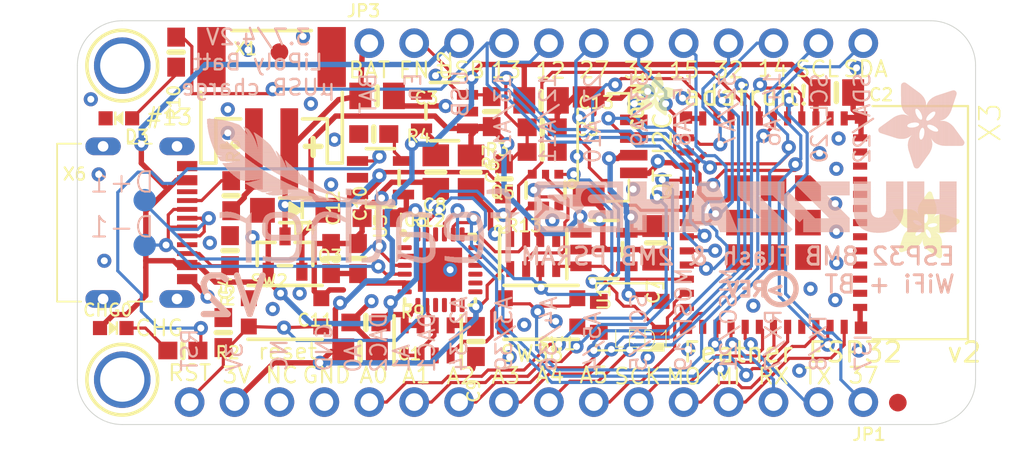
<source format=kicad_pcb>
(kicad_pcb (version 20211014) (generator pcbnew)
  (layers (0 "F.Cu" signal) (31 "B.Cu" signal) (34 "B.Paste" user) (35 "F.Paste" user) (36 "B.SilkS" user "B.Silkscreen") (37 "F.SilkS" user "F.Silkscreen") (38 "B.Mask" user) (39 "F.Mask" user) (44 "Edge.Cuts" user))
  (net 0 "")
  (net 1 "GND")
  (net 2 "VBUS")
  (net 3 "VBAT")
  (net 4 "N$1")
  (net 5 "N$3")
  (net 6 "N$4")
  (net 7 "3.3V")
  (net 8 "GPIO0")
  (net 9 "RXD0")
  (net 10 "TXD0")
  (net 11 "RTS")
  (net 12 "DTR")
  (net 13 "N$12")
  (net 14 "N$13")
  (net 15 "EN")
  (net 16 "A1_DAC1")
  (net 17 "A0_DAC2")
  (net 18 "MOSI")
  (net 19 "A5_IO4")
  (net 20 "SDA")
  (net 21 "SCL")
  (net 22 "IO33_A9")
  (net 23 "IO32_A7")
  (net 24 "IO27_A10")
  (net 25 "MISO")
  (net 26 "SCK")
  (net 27 "A4_I36")
  (net 28 "A3_I39")
  (net 29 "IO13_A12")
  (net 30 "A2_I34")
  (net 31 "A13_I35")
  (net 32 "VHI")
  (net 33 "N$5")
  (net 34 "IO12_A11")
  (net 35 "IO15_A8")
  (net 36 "IO14_A6")
  (net 37 "RX/IO7")
  (net 38 "TX/IO8")
  (net 39 "I37")
  (net 40 "CC1")
  (net 41 "CC2")
  (net 42 "D+")
  (net 43 "D-")
  (net 44 "VBUS_DET")
  (net 45 "~{RESET}")
  (net 46 "NEOI2C_PWR")
  (net 47 "V_NEOI2C")
  (net 48 "N$6")
  (net 49 "3.45V")
  (footprint "boardEagle:FIDUCIAL_1MM" (layer "F.Cu") (at 169.5033 115.1947 -90)
    (fp_text reference "U$35" hide)
    (fp_text value "FIDUCIAL_1MM" hide)
  )
  (footprint "boardEagle:0603-NO" (layer "F.Cu") (at 131.3561 111.2266 90)
    (fp_text reference "C4")
    (fp_text value "1uF")
  )
  (footprint "boardEagle:0603-NO" (layer "F.Cu") (at 149.3901 101.0031 180)
    (fp_text reference "R3")
    (fp_text value "200K")
  )
  (footprint "boardEagle:JSTPH2_BATT" (layer "F.Cu") (at 134.0866 97.1296)
    (fp_text reference "X1")
    (fp_text value "JSTPH")
  )
  (footprint "boardEagle:ADAFRUIT_2.5MM" (layer "F.Cu") (at 154.6479 98.933)
    (fp_text reference "U$14" hide)
    (fp_text value "" hide)
  )
  (footprint "boardEagle:0603-NO" (layer "F.Cu") (at 131.8006 103.4796 90)
    (fp_text reference "R6")
    (fp_text value "5.1K")
  )
  (footprint "boardEagle:SOT23-5" (layer "F.Cu") (at 140.2461 102.4636 -90)
    (fp_text reference "U3")
    (fp_text value "MCP73831T-2ACI/OT")
  )
  (footprint "boardEagle:SOD-123" (layer "F.Cu") (at 135.4201 104.3051 180)
    (fp_text reference "D4")
    (fp_text value "MBR540")
  )
  (footprint "boardEagle:0603-NO" (layer "F.Cu") (at 138.9761 107.0356 90)
    (fp_text reference "C10")
    (fp_text value "1uF")
  )
  (footprint "boardEagle:1X16_ROUND" (layer "F.Cu") (at 148.5011 115.1636 180)
    (fp_text reference "JP1")
    (fp_text value "")
  )
  (footprint "boardEagle:MOUNTINGHOLE_2.5_PLATED" (layer "F.Cu") (at 125.6411 96.1136 -90)
    (fp_text reference "U$31" hide)
    (fp_text value "MOUNTINGHOLE2.5" hide)
  )
  (footprint "" (layer "F.Cu") (at 171.3611 96.1136)
    (fp_text reference "@HOLE1" hide)
    (fp_text value "")
  )
  (footprint "boardEagle:0603-NO" (layer "F.Cu") (at 145.6436 111.7346 -90)
    (fp_text reference "C9")
    (fp_text value "1uF")
  )
  (footprint "boardEagle:0805-NO" (layer "F.Cu") (at 139.0904 112.3061)
    (fp_text reference "C1")
    (fp_text value "10uF")
  )
  (footprint "boardEagle:RESPACK_4X0603" (layer "F.Cu") (at 148.8821 106.7816)
    (fp_text reference "R13")
    (fp_text value "10K")
  )
  (footprint "boardEagle:0603-NO" (layer "F.Cu") (at 140.0556 104.7496)
    (fp_text reference "R12")
    (fp_text value "100K")
  )
  (footprint "boardEagle:SOT23-R" (layer "F.Cu") (at 134.8486 106.7816)
    (fp_text reference "Q3")
    (fp_text value "DMG3415U")
  )
  (footprint "boardEagle:QFN24_4MM_SMSC" (layer "F.Cu") (at 143.6116 107.6706)
    (fp_text reference "IC3")
    (fp_text value "CP2102N-24")
  )
  (footprint "boardEagle:0603-NO" (layer "F.Cu") (at 139.8651 99.9871)
    (fp_text reference "R4")
    (fp_text value "5.1K")
  )
  (footprint "boardEagle:0805-NO" (layer "F.Cu") (at 140.0556 97.8281)
    (fp_text reference "C3")
    (fp_text value "10µF")
  )
  (footprint "boardEagle:SOT363" (layer "F.Cu") (at 149.5806 103.1621 180)
    (fp_text reference "Q5")
    (fp_text value "DUAL NPN")
  )
  (footprint "boardEagle:SOT23-5" (layer "F.Cu") (at 152.8826 106.5276 -90)
    (fp_text reference "U1")
    (fp_text value "AP2112-3.3")
  )
  (footprint "boardEagle:USB_C_CUSB31-CFM2AX-01-X" (layer "F.Cu") (at 125.7681 105.0036 -90)
    (fp_text reference "X6")
    (fp_text value "USB Type C")
  )
  (footprint "boardEagle:0805-NO" (layer "F.Cu") (at 166.0271 97.6376)
    (fp_text reference "C2")
    (fp_text value "10uF")
  )
  (footprint "boardEagle:0805-NO" (layer "F.Cu") (at 143.3726 102.1426 -90)
    (fp_text reference "C8")
    (fp_text value "10µF")
  )
  (footprint "boardEagle:RESPACK_4X0603" (layer "F.Cu") (at 142.9131 111.6711)
    (fp_text reference "R9")
    (fp_text value "47K")
  )
  (footprint "boardEagle:CHIPLED_0603_NOOUTLINE" (layer "F.Cu") (at 125.4506 99.0981 90)
    (fp_text reference "D3")
    (fp_text value "RED")
  )
  (footprint "boardEagle:JST_SH4_RA" (layer "F.Cu") (at 152.8826 100.6856 -90)
    (fp_text reference "CONN1")
    (fp_text value "STEMMA_I2C_QTRA")
  )
  (footprint "boardEagle:MOUNTINGHOLE_2.5_PLATED" (layer "F.Cu") (at 125.6411 113.8936 -90)
    (fp_text reference "U$32" hide)
    (fp_text value "MOUNTINGHOLE2.5" hide)
  )
  (footprint "boardEagle:0603-NO" (layer "F.Cu") (at 129.0701 112.2426)
    (fp_text reference "R2")
    (fp_text value "5.1K")
  )
  (footprint "boardEagle:ESP32-PICO-MINI" (layer "F.Cu") (at 162.4711 105.0036 -90)
    (fp_text reference "X3")
    (fp_text value "ESP32-PICO-MINI-02MINI")
  )
  (footprint "boardEagle:0805-NO" (layer "F.Cu") (at 145.3661 102.1511 -90)
    (fp_text reference "C6")
    (fp_text value "10µF")
  )
  (footprint "boardEagle:FIDUCIAL_1MM" (layer "F.Cu") (at 134.5311 95.3516 -90)
    (fp_text reference "U$34" hide)
    (fp_text value "FIDUCIAL_1MM" hide)
  )
  (footprint "boardEagle:0805-NO" (layer "F.Cu") (at 155.8036 106.1466 -90)
    (fp_text reference "C7")
    (fp_text value "10µF")
  )
  (footprint "boardEagle:0603-NO" (layer "F.Cu") (at 147.2311 102.5271 -90)
    (fp_text reference "R1")
    (fp_text value "200K")
  )
  (footprint "boardEagle:LED3535" (layer "F.Cu") (at 154.3431 110.3376 180)
    (fp_text reference "LED1")
    (fp_text value "WS2812B3535")
  )
  (footprint "boardEagle:0805-NO" (layer "F.Cu") (at 149.3266 98.0821)
    (fp_text reference "C13")
    (fp_text value "10uF")
  )
  (footprint "" (layer "F.Cu") (at 171.3611 113.8936)
    (fp_text reference "@HOLE0" hide)
    (fp_text value "")
  )
  (footprint "boardEagle:CHIPLED_0603_NOOUTLINE" (layer "F.Cu") (at 125.1331 110.9726 -90)
    (fp_text reference "CHG0")
    (fp_text value "ORANGE")
  )
  (footprint "boardEagle:0603-NO" (layer "F.Cu") (at 131.7371 106.5911 -90)
    (fp_text reference "R5")
    (fp_text value "5.1K")
  )
  (footprint "boardEagle:0603-NO" (layer "F.Cu") (at 137.4521 107.0356 90)
    (fp_text reference "C12")
    (fp_text value "0.1uF")
  )
  (footprint "boardEagle:0603-NO" (layer "F.Cu") (at 146.5326 98.7171 -90)
    (fp_text reference "R7")
    (fp_text value "100K")
  )
  (footprint "boardEagle:SOT23-5" (layer "F.Cu") (at 143.8656 98.7171 90)
    (fp_text reference "U2")
    (fp_text value "AP2112-3.3")
  )
  (footprint "boardEagle:0603-NO" (layer "F.Cu") (at 149.3901 99.6061)
    (fp_text reference "C5")
    (fp_text value "1uF")
  )
  (footprint "boardEagle:BTN_KMR2_4.6X2.8" (layer "F.Cu") (at 134.8486 110.0836)
    (fp_text reference "SW2")
    (fp_text value "KMR2")
  )
  (footprint "boardEagle:0603-NO" (layer "F.Cu") (at 128.6891 95.3516 -90)
    (fp_text reference "R10")
    (fp_text value "5.1K")
  )
  (footprint "boardEagle:ADAFRUIT_3.5MM" (layer "F.Cu") (at 169.2021 107.0356)
    (fp_text reference "U$15" hide)
    (fp_text value "" hide)
  )
  (footprint "boardEagle:BTN_KMR2_4.6X2.8" (layer "F.Cu") (at 149.3266 110.0836 180)
    (fp_text reference "SW1")
    (fp_text value "KMR2")
  )
  (footprint "boardEagle:0603-NO" (layer "F.Cu") (at 139.4206 110.6551 180)
    (fp_text reference "C11")
    (fp_text value "0.1uF")
  )
  (footprint "boardEagle:1X12_ROUND" (layer "F.Cu") (at 153.5811 94.8436)
    (fp_text reference "JP3")
    (fp_text value "")
  )
  (footprint "boardEagle:B1,27" (layer "B.Cu") (at 126.9111 103.7336 180)
    (fp_text reference "D+1")
    (fp_text value "TPB1,27")
  )
  (footprint "boardEagle:HUZZAH32" (layer "B.Cu") (at 172.8216 105.5751 180)
    (fp_text reference "U$43" hide)
    (fp_text value "" hide)
  )
  (footprint "boardEagle:B1,27" (layer "B.Cu") (at 126.9111 106.2736 180)
    (fp_text reference "D-1")
    (fp_text value "TPB1,27")
  )
  (footprint "boardEagle:FEATHERLOGO_MED" (layer "B.Cu") (at 148.2471 107.3531 180)
    (fp_text reference "U$9" hide)
    (fp_text value "" hide)
  )
  (footprint "boardEagle:PCBFEAT-REV-040" (layer "B.Cu") (at 162.8521 108.7501 180)
    (fp_text reference "U$13" hide)
    (fp_text value "" hide)
  )
  (footprint "boardEagle:ADAFRUIT_5MM" (layer "B.Cu") (at 173.2661 97.0661 -90)
    (fp_text reference "U$7" hide)
    (fp_text value "" hide)
  )
  (gr_line (start 123.1011 96.1136) (end 123.1011 113.8936) (layer "Edge.Cuts") (width 0.05))
  (gr_arc (start 173.9011 113.8936) (mid 173.157151 115.689651) (end 171.3611 116.4336) (layer "Edge.Cuts") (width 0.05))
  (gr_line (start 171.3611 93.5736) (end 125.6411 93.5736) (layer "Edge.Cuts") (width 0.05))
  (gr_line (start 173.9011 113.8936) (end 173.9011 96.1136) (layer "Edge.Cuts") (width 0.05))
  (gr_arc (start 125.6411 116.4336) (mid 123.845049 115.689651) (end 123.1011 113.8936) (layer "Edge.Cuts") (width 0.05))
  (gr_arc (start 171.3611 93.5736) (mid 173.157151 94.317549) (end 173.9011 96.1136) (layer "Edge.Cuts") (width 0.05))
  (gr_arc (start 123.1011 96.1136) (mid 123.845049 94.317549) (end 125.6411 93.5736) (layer "Edge.Cuts") (width 0.05))
  (gr_line (start 125.6411 116.4336) (end 171.3611 116.4336) (layer "Edge.Cuts") (width 0.05))
  (gr_text "MISO/21" (at 159.9311 113.5126 -270) (layer "B.SilkS") (effects (font (size 0.89408 0.89408) (thickness 0.12192)) (justify right mirror)))
  (gr_text "TX/8" (at 165.0111 113.5126 -270) (layer "B.SilkS") (effects (font (size 0.89408 0.89408) (thickness 0.12192)) (justify right mirror)))
  (gr_text "A0\nDAC2" (at 139.4206 113.5761 -270) (layer "B.SilkS") (effects (font (size 0.89408 0.89408) (thickness 0.12192)) (justify right mirror)))
  (gr_text "33/A9" (at 154.9146 98.5901 -270) (layer "B.SilkS") (effects (font (size 0.89408 0.89408) (thickness 0.12192)) (justify mirror)))
  (gr_text "SDA/22" (at 167.4876 99.0981 -270) (layer "B.SilkS") (effects (font (size 0.89408 0.89408) (thickness 0.12192)) (justify mirror)))
  (gr_text "BAT" (at 139.5476 97.7011 -270) (layer "B.SilkS") (effects (font (size 0.89408 0.89408) (thickness 0.12192)) (justify mirror)))
  (gr_text "GND" (at 137.0711 113.5126 -270) (layer "B.SilkS") (effects (font (size 0.89408 0.89408) (thickness 0.12192)) (justify right mirror)))
  (gr_text "NC" (at 134.5311 113.5126 -270) (layer "B.SilkS") (effects (font (size 0.89408 0.89408) (thickness 0.12192)) (justify right mirror)))
  (gr_text "A5/4" (at 152.2476 113.5126 -270) (layer "B.SilkS") (effects (font (size 0.89408 0.89408) (thickness 0.12192)) (justify right mirror)))
  (gr_text "I37" (at 167.5511 113.5126 -270) (layer "B.SilkS") (effects (font (size 0.89408 0.89408) (thickness 0.12192)) (justify right mirror)))
  (gr_text "A1\nDAC1" (at 142.1511 113.5761 -270) (layer "B.SilkS") (effects (font (size 0.89408 0.89408) (thickness 0.12192)) (justify right mirror)))
  (gr_text "SCL/20" (at 165.0746 99.0981 -270) (layer "B.SilkS") (effects (font (size 0.89408 0.89408) (thickness 0.12192)) (justify mirror)))
  (gr_text "MOSI/19" (at 157.3911 113.5126 -270) (layer "B.SilkS") (effects (font (size 0.89408 0.89408) (thickness 0.12192)) (justify right mirror)))
  (gr_text "A4/36" (at 149.7711 113.5126 -270) (layer "B.SilkS") (effects (font (size 0.89408 0.89408) (thickness 0.12192)) (justify right mirror)))
  (gr_text "3V" (at 131.9911 113.5126 -270) (layer "B.SilkS") (effects (font (size 0.89408 0.89408) (thickness 0.12192)) (justify right mirror)))
  (gr_text "15/A8" (at 157.3276 98.5901 -270) (layer "B.SilkS") (effects (font (size 0.89408 0.89408) (thickness 0.12192)) (justify mirror)))
  (gr_text "SCK/5" (at 154.8511 113.5126 -270) (layer "B.SilkS") (effects (font (size 0.89408 0.89408) (thickness 0.12192)) (justify right mirror)))
  (gr_text "RST" (at 129.4511 113.5126 -270) (layer "B.SilkS") (effects (font (size 0.89408 0.89408) (thickness 0.12192)) (justify right mirror)))
  (gr_text "12/A11" (at 149.7076 99.0981 -270) (layer "B.SilkS") (effects (font (size 0.89408 0.89408) (thickness 0.12192)) (justify mirror)))
  (gr_text "A3/39" (at 147.2311 113.5126 -270) (layer "B.SilkS") (effects (font (size 0.89408 0.89408) (thickness 0.12192)) (justify right mirror)))
  (gr_text "USB" (at 144.7546 97.7011 -270) (layer "B.SilkS") (effects (font (size 0.89408 0.89408) (thickness 0.12192)) (justify mirror)))
  (gr_text "14/A6" (at 162.4076 98.5901 -270) (layer "B.SilkS") (effects (font (size 0.89408 0.89408) (thickness 0.12192)) (justify mirror)))
  (gr_text "32/A7" (at 159.8676 98.5901 -270) (layer "B.SilkS") (effects (font (size 0.89408 0.89408) (thickness 0.12192)) (justify mirror)))
  (gr_text "V2" (at 134.0231 110.4646) (layer "B.SilkS") (effects (font (size 2.1844 2.1844) (thickness 0.3556)) (justify left bottom mirror)))
  (gr_text "13/A12" (at 147.1676 99.0981 -270) (layer "B.SilkS") (effects (font (size 0.89408 0.89408) (thickness 0.12192)) (justify mirror)))
  (gr_text "27/A10" (at 152.2476 99.0981 -270) (layer "B.SilkS") (effects (font (size 0.89408 0.89408) (thickness 0.12192)) (justify mirror)))
  (gr_text "ESP32 8MB Flash & 2MB PSRAM\nWiFi + BT" (at 172.8216 109.0676) (layer "B.SilkS") (effects (font (size 0.98298 0.98298) (thickness 0.16002)) (justify left bottom mirror)))
  (gr_text "En" (at 142.0876 97.3201 -270) (layer "B.SilkS") (effects (font (size 0.89408 0.89408) (thickness 0.12192)) (justify mirror)))
  (gr_text "3.7/4.2V\nLiPoly Batt\nµUSB charge" (at 133.3246 95.9231) (layer "B.SilkS") (effects (font (size 0.88392 0.88392) (thickness 0.13208)) (justify mirror)))
  (gr_text "A2/34" (at 144.6911 113.5126 -270) (layer "B.SilkS") (effects (font (size 0.89408 0.89408) (thickness 0.12192)) (justify right mirror)))
  (gr_text "RX/7" (at 162.4711 113.5126 -270) (layer "B.SilkS") (effects (font (size 0.89408 0.89408) (thickness 0.12192)) (justify right mirror)))
  (gr_text "NC" (at 134.6581 113.6396) (layer "F.SilkS") (effects (font (size 0.89408 0.89408) (thickness 0.12192))))
  (gr_text "A1" (at 142.2781 113.6396) (layer "F.SilkS") (effects (font (size 0.89408 0.89408) (thickness 0.12192))))
  (gr_text "adafruit!" (at 157.2641 98.4631) (layer "F.SilkS") (effects (font (size 1.1176 1.1176) (thickness 0.1524)) (justify left bottom)))
  (gr_text "SCK" (at 154.7876 113.7031) (layer "F.SilkS") (effects (font (size 0.89408 0.89408) (thickness 0.12192))))
  (gr_text "BAT" (at 139.6111 96.3676) (layer "F.SilkS") (effects (font (size 0.89408 0.89408) (thickness 0.12192))))
  (gr_text "QT I2C" (at 156.1973 101.2571 90) (layer "F.SilkS") (effects (font (size 1.00584 1.00584) (thickness 0.13716))))
  (gr_text "MO" (at 157.3911 113.7158) (layer "F.SilkS") (effects (font (size 0.89408 0.89408) (thickness 0.12192))))
  (gr_text "SW38" (at 148.8313 112.4204) (layer "F.SilkS") (effects (font (size 0.89408 0.89408) (thickness 0.12192))))
  (gr_text "CHG" (at 127.7366 110.9726) (layer "F.SilkS") (effects (font (size 0.89408 0.89408) (thickness 0.12192))))
  (gr_text "A5" (at 152.3111 113.6396) (layer "F.SilkS") (effects (font (size 0.89408 0.89408) (thickness 0.12192))))
  (gr_text "37" (at 167.5638 113.6523) (layer "F.SilkS") (effects (font (size 0.89408 0.89408) (thickness 0.12192))))
  (gr_text "RX" (at 162.4711 113.7031) (layer "F.SilkS") (effects (font (size 0.89408 0.89408) (thickness 0.12192))))
  (gr_text "3V" (at 132.1181 113.6396) (layer "F.SilkS") (effects (font (size 0.89408 0.89408) (thickness 0.12192))))
  (gr_text "RST" (at 129.4511 113.5126) (layer "F.SilkS") (effects (font (size 0.89408 0.89408) (thickness 0.12192))))
  (gr_text "#13" (at 128.3081 99.0346) (layer "F.SilkS") (effects (font (size 0.89408 0.89408) (thickness 0.12192))))
  (gr_text "TX" (at 164.9857 113.7031) (layer "F.SilkS") (effects (font (size 0.89408 0.89408) (thickness 0.12192))))
  (gr_text "27" (at 152.3365 96.3676) (layer "F.SilkS") (effects (font (size 0.89408 0.89408) (thickness 0.12192))))
  (gr_text "32" (at 159.9311 96.3676) (layer "F.SilkS") (effects (font (size 0.89408 0.89408) (thickness 0.12192))))
  (gr_text "14" (at 162.433 96.2914) (layer "F.SilkS") (effects (font (size 0.89408 0.89408) (thickness 0.12192))))
  (gr_text "15" (at 157.4165 96.3676) (layer "F.SilkS") (effects (font (size 0.89408 0.89408) (thickness 0.12192))))
  (gr_text "EN" (at 142.1511 96.3676) (layer "F.SilkS") (effects (font (size 0.89408 0.89408) (thickness 0.12192))))
  (gr_text "Feather ESP32   v2" (at 165.7858 112.3442) (layer "F.SilkS") (effects (font (size 1.1176 1.1176) (thickness 0.1524))))
  (gr_text "A2" (at 144.7927 113.6904) (layer "F.SilkS") (effects (font (size 0.89408 0.89408) (thickness 0.12192))))
  (gr_text "SDA" (at 167.6781 96.3041) (layer "F.SilkS") (effects (font (size 0.89408 0.89408) (thickness 0.12192))))
  (gr_text "A4" (at 149.8346 113.6396) (layer "F.SilkS") (effects (font (size 0.89408 0.89408) (thickness 0.12192))))
  (gr_text "MI" (at 159.893 113.7158) (layer "F.SilkS") (effects (font (size 0.89408 0.89408) (thickness 0.12192))))
  (gr_text "33" (at 154.8511 96.3803) (layer "F.SilkS") (effects (font (size 0.89408 0.89408) (thickness 0.12192))))
  (gr_text "GND" (at 137.1981 113.6396) (layer "F.SilkS") (effects (font (size 0.89408 0.89408) (thickness 0.12192))))
  (gr_text "USB" (at 144.8181 96.3676) (layer "F.SilkS") (effects (font (size 0.89408 0.89408) (thickness 0.12192))))
  (gr_text "A0" (at 139.8651 113.6396) (layer "F.SilkS") (effects (font (size 0.89408 0.89408) (thickness 0.12192))))
  (gr_text "13" (at 147.3581 96.3676) (layer "F.SilkS") (effects (font (size 0.89408 0.89408) (thickness 0.12192))))
  (gr_text "reset" (at 134.9883 112.2934) (layer "F.SilkS") (effects (font (size 0.89408 0.89408) (thickness 0.12192))))
  (gr_text "SCL" (at 164.9476 96.3041) (layer "F.SilkS") (effects (font (size 0.89408 0.89408) (thickness 0.12192))))
  (gr_text "A3" (at 147.3327 113.665) (layer "F.SilkS") (effects (font (size 0.89408 0.89408) (thickness 0.12192))))
  (gr_text "12" (at 149.8727 96.393) (layer "F.SilkS") (effects (font (size 0.89408 0.89408) (thickness 0.12192))))
  (segment (start 155.3591 97.5741) (end 155.2321 97.4471) (width 0.3048) (layer "F.Cu") (net 1))
  (segment (start 151.7056 111.2126) (end 152.5931 111.2126) (width 0.3048) (layer "F.Cu") (net 1))
  (segment (start 152.8191 106.3371) (end 153.0096 106.5276) (width 0.3048) (layer "F.Cu") (net 1))
  (segment (start 156.792631 101.611132) (end 156.021068 101.611132) (width 0.3048) (layer "F.Cu") (net 1))
  (segment (start 159.8665 103.7082) (end 158.6611 103.7082) (width 0.3048) (layer "F.Cu") (net 1))
  (segment (start 157.5211 110.9536) (end 157.5211 110.8426) (width 0.1778) (layer "F.Cu") (net 1))
  (segment (start 155.4861 107.0966) (end 155.8036 107.0966) (width 0.3048) (layer "F.Cu") (net 1))
  (segment (start 150.2401 98.8441) (end 150.2401 99.6061) (width 0.3048) (layer "F.Cu") (net 1))
  (segment (start 158.6611 103.7082) (end 158.2801 103.3272) (width 0.254) (layer "F.Cu") (net 1))
  (segment (start 167.4211 100.1536) (end 167.3711 100.2036) (width 0.3048) (layer "F.Cu") (net 1))
  (segment (start 141.5771 98.3996) (end 143.9291 98.3996) (width 0.3048) (layer "F.Cu") (net 1))
  (segment (start 151.1986 97.8856) (end 152.0204 97.8856) (width 0.3048) (layer "F.Cu") (net 1))
  (segment (start 141.0056 97.8281) (end 141.5771 98.3996) (width 0.3048) (layer "F.Cu") (net 1))
  (segment (start 132.5399 103.468325) (end 132.5399 103.5903) (width 0.3048) (layer "F.Cu") (net 1))
  (segment (start 155.2321 97.4471) (end 154.3431 97.4471) (width 0.3048) (layer "F.Cu") (net 1))
  (segment (start 154.5926 102.2096) (end 154.5686 102.1856) (width 0.3048) (layer "F.Cu") (net 1))
  (segment (start 158.2801 102.2604) (end 158.2801 103.3272) (width 0.254) (layer "F.Cu") (net 1))
  (segment (start 139.840975 103.8606) (end 140.2461 103.8606) (width 0.3048) (layer "F.Cu") (net 1))
  (segment (start 156.021068 101.611132) (end 155.4226 102.2096) (width 0.3048) (layer "F.Cu") (net 1))
  (segment (start 132.5399 103.5903) (end 131.8006 104.3296) (width 0.3048) (layer "F.Cu") (net 1))
  (segment (start 158.4711 99.1036) (end 157.5711 99.1036) (width 0.3048) (layer "F.Cu") (net 1))
  (segment (start 138.5706 110.6551) (end 138.5706 110.6161) (width 0.3048) (layer "F.Cu") (net 1))
  (segment (start 139.682775 104.0188) (end 139.840975 103.8606) (width 0.3048) (layer "F.Cu") (net 1))
  (segment (start 160.5211 103.0536) (end 159.8665 103.7082) (width 0.3048) (layer "F.Cu") (net 1))
  (segment (start 140.8811 102.7176) (end 142.9976 102.7176) (width 0.3048) (layer "F.Cu") (net 1))
  (segment (start 157.8233 101.8036) (end 158.2801 102.2604) (width 0.254) (layer "F.Cu") (net 1))
  (segment (start 142.9976 102.7176) (end 143.3726 103.0926) (width 0.3048) (layer "F.Cu") (net 1))
  (segment (start 142.8616 106.9206) (end 143.6116 107.6706) (width 0.3048) (layer "F.Cu") (net 1))
  (segment (start 154.3431 97.4471) (end 153.8351 97.9551) (width 0.3048) (layer "F.Cu") (net 1))
  (segment (start 138.5706 110.6551) (end 140.0404 112.1249) (width 0.3048) (layer "F.Cu") (net 1))
  (segment (start 167.4211 99.0536) (end 166.9771 98.6096) (width 0.3048) (layer "F.Cu") (net 1))
  (segment (start 129.3131 108.2036) (end 129.4761 108.2036) (width 0.3048) (layer "F.Cu") (net 1))
  (segment (start 145.6436 112.5846) (end 145.4522 113.284) (width 0.3048) (layer "F.Cu") (net 1))
  (segment (start 167.4211 99.0536) (end 167.4211 100.1536) (width 0.3048) (layer "F.Cu") (net 1))
  (segment (start 167.4211 110.9536) (end 167.3711 110.9036) (width 0.3048) (layer "F.Cu") (net 1))
  (segment (start 137.4521 106.1856) (end 138.5316 106.1856) (width 0.3048) (layer "F.Cu") (net 1))
  (segment (start 155.4226 102.2096) (end 154.5926 102.2096) (width 0.3048) (layer "F.Cu") (net 1))
  (segment (start 145.3661 103.1011) (end 145.3661 103.2656) (width 0.3048) (layer "F.Cu") (net 1))
  (segment (start 136.4996 108.8846) (end 136.8986 109.2836) (width 0.3048) (layer "F.Cu") (net 1))
  (segment (start 152.0204 97.8856) (end 152.3111 98.1763) (width 0.3048) (layer "F.Cu") (net 1))
  (segment (start 139.3894 104.0188) (end 139.682775 104.0188) (width 0.3048) (layer "F.Cu") (net 1))
  (segment (start 166.9771 98.6096) (end 166.9771 97.6376) (width 0.3048) (layer "F.Cu") (net 1))
  (segment (start 158.2166 110.1471) (end 158.5341 110.1471) (width 0.1778) (layer "F.Cu") (net 1))
  (segment (start 157.5711 101.8036) (end 156.9851 101.8036) (width 0.3048) (layer "F.Cu") (net 1))
  (segment (start 166.4711 99.1036) (end 166.5211 99.0536) (width 0.3048) (layer "F.Cu") (net 1))
  (segment (start 156.9851 101.8036) (end 156.792631 101.611132) (width 0.3048) (layer "F.Cu") (net 1))
  (segment (start 139.2056 104.7496) (end 139.2056 104.2026) (width 0.3048) (layer "F.Cu") (net 1))
  (segment (start 140.2461 103.3526) (end 140.8811 102.7176) (width 0.3048) (layer "F.Cu") (net 1))
  (segment (start 157.5211 110.8426) (end 158.2166 110.1471) (width 0.1778) (layer "F.Cu") (net 1))
  (segment (start 151.1986 97.8856) (end 150.2401 98.8441) (width 0.3048) (layer "F.Cu") (net 1))
  (segment (start 146.4691 105.3846) (end 146.7231 105.6386) (width 0.3048) (layer "F.Cu") (net 1))
  (segment (start 152.0204 97.8856) (end 152.0899 97.9551) (width 0.3048) (layer "F.Cu") (net 1))
  (segment (start 152.8191 104.2843) (end 152.8191 106.3371) (width 0.3048) (layer "F.Cu") (net 1))
  (segment (start 139.2056 104.2026) (end 139.3894 104.0188) (width 0.3048) (layer "F.Cu") (net 1))
  (segment (start 129.4761 108.2036) (end 130.4671 109.1946) (width 0.3048) (layer "F.Cu") (net 1))
  (segment (start 136.4996 108.8846) (end 136.4996 106.1856) (width 0.3048) (layer "F.Cu") (net 1))
  (segment (start 167.3711 110.9036) (end 167.3711 109.8036) (width 0.3048) (layer "F.Cu") (net 1))
  (segment (start 151.3766 110.8836) (end 151.7056 111.2126) (width 0.3048) (layer "F.Cu") (net 1))
  (segment (start 157.5711 99.1036) (end 157.5211 99.0536) (width 0.3048) (layer "F.Cu") (net 1))
  (segment (start 139.2056 105.5116) (end 138.5316 106.1856) (width 0.3048) (layer "F.Cu") (net 1))
  (segment (start 133.0866 100.8296) (end 133.0866 102.921625) (width 0.3048) (layer "F.Cu") (net 1))
  (segment (start 157.8987 101.8036) (end 158.55315 101.14915) (width 0.3048) (layer "F.Cu") (net 1))
  (segment (start 137.4521 106.1856) (end 136.4996 106.1856) (width 0.3048) (layer "F.Cu") (net 1))
  (segment (start 153.0096 106.5276) (end 154.9171 106.5276) (width 0.3048) (layer "F.Cu") (net 1))
  (segment (start 152.0204 103.4856) (end 152.8191 104.2843) (width 0.3048) (layer "F.Cu") (net 1))
  (segment (start 157.5711 101.8036) (end 157.8233 101.8036) (width 0.254) (layer "F.Cu") (net 1))
  (segment (start 141.6116 106.9206) (end 142.8616 106.9206) (width 0.3048) (layer "F.Cu") (net 1))
  (segment (start 157.5711 101.8036) (end 157.8987 101.8036) (width 0.3048) (layer "F.Cu") (net 1))
  (segment (start 146.4691 104.3686) (end 146.4691 105.3846) (width 0.3048) (layer "F.Cu") (net 1))
  (segment (start 137.3686 108.8136) (end 138.1459 108.8136) (width 0.3048) (layer "F.Cu") (net 1))
  (segment (start 140.0404 112.1249) (end 140.0404 112.3061) (width 0.3048) (layer "F.Cu") (net 1))
  (segment (start 151.5825 106.5276) (end 153.0096 106.5276) (width 0.3048) (layer "F.Cu") (net 1))
  (segment (start 139.2056 104.7496) (end 139.2056 105.5116) (width 0.3048) (layer "F.Cu") (net 1))
  (segment (start 133.0866 102.921625) (end 132.5399 103.468325) (width 0.3048) (layer "F.Cu") (net 1))
  (segment (start 140.2461 103.8606) (end 140.2461 103.3526) (width 0.3048) (layer "F.Cu") (net 1))
  (segment (start 138.5706 110.6161) (end 139.7381 109.4486) (width 0.3048) (layer "F.Cu") (net 1))
  (segment (start 145.3661 103.2656) (end 146.4691 104.3686) (width 0.3048) (layer "F.Cu") (net 1))
  (segment (start 136.8986 109.2836) (end 137.3686 108.8136) (width 0.3048) (layer "F.Cu") (net 1))
  (segment (start 152.3111 98.1763) (end 152.3111 98.8441) (width 0.3048) (layer "F.Cu") (net 1))
  (segment (start 137.4521 106.1856) (end 138.9761 106.1856) (width 0.3048) (layer "F.Cu") (net 1))
  (segment (start 155.4861 107.0966) (end 154.9171 106.5276) (width 0.3048) (layer "F.Cu") (net 1))
  (segment (start 153.8351 97.9551) (end 152.0899 97.9551) (width 0.3048) (layer "F.Cu") (net 1))
  (segment (start 166.5211 99.0536) (end 167.4211 99.0536) (width 0.3048) (layer "F.Cu") (net 1))
  (via (at 131.6101 98.5901) (size 0.8001) (drill 0.3937) (layers "F.Cu" "B.Cu") (net 1))
  (via (at 155.9306 101.5238) (size 0.8001) (drill 0.3937) (layers "F.Cu" "B.Cu") (net 1))
  (via (at 135.8646 94.4626) (size 0.8001) (drill 0.3937) (layers "F.Cu" "B.Cu") (net 1))
  (via (at 146.7231 105.6386) (size 0.8001) (drill 0.3937) (layers "F.Cu" "B.Cu") (net 1))
  (via (at 136.3091 98.2726) (size 0.8001) (drill 0.3937) (layers "F.Cu" "B.Cu") (net 1))
  (via (at 147.5486 112.6236) (size 0.8001) (drill 0.3937) (layers "F.Cu" "B.Cu") (net 1))
  (via (at 154.5336 103.1113) (size 0.8001) (drill 0.3937) (layers "F.Cu" "B.Cu") (net 1))
  (via (at 165.0746 101.0666) (size 0.8001) (drill 0.3937) (layers "F.Cu" "B.Cu") (net 1))
  (via (at 143.3576 96.6851) (size 0.8001) (drill 0.3937) (layers "F.Cu" "B.Cu") (net 1))
  (via (at 130.4671 109.1946) (size 0.8001) (drill 0.3937) (layers "F.Cu" "B.Cu") (net 1))
  (via (at 139.7381 109.4486) (size 0.8001) (drill 0.3937) (layers "F.Cu" "B.Cu") (net 1))
  (via (at 167.1701 96.2406) (size 0.8001) (drill 0.3937) (layers "F.Cu" "B.Cu") (net 1))
  (via (at 144.1831 107.6706) (size 0.8001) (drill 0.3937) (layers "F.Cu" "B.Cu") (net 1))
  (via (at 123.8631 98.0186) (size 0.8001) (drill 0.3937) (layers "F.Cu" "B.Cu") (net 1))
  (via (at 149.9616 104.8766) (size 0.8001) (drill 0.3937) (layers "F.Cu" "B.Cu") (net 1))
  (via (at 157.6451 112.1791) (size 0.8001) (drill 0.3937) (layers "F.Cu" "B.Cu") (net 1))
  (via (at 167.2971 112.2426) (size 0.8001) (drill 0.3937) (layers "F.Cu" "B.Cu") (net 1))
  (via (at 163.9316 113.3856) (size 0.8001) (drill 0.3937) (layers "F.Cu" "B.Cu") (net 1))
  (via (at 166.1541 100.2411) (size 0.8001) (drill 0.3937) (layers "F.Cu" "B.Cu") (net 1))
  (via (at 124.6251 107.1626) (size 0.8001) (drill 0.3937) (layers "F.Cu" "B.Cu") (net 1))
  (via (at 155.3591 112.6236) (size 0.8001) (drill 0.3937) (layers "F.Cu" "B.Cu") (net 1))
  (via (at 130.5941 106.1466) (size 0.8001) (drill 0.3937) (layers "F.Cu" "B.Cu") (net 1))
  (via (at 135.6741 109.0041) (size 0.8001) (drill 0.3937) (layers "F.Cu" "B.Cu") (net 1))
  (via (at 134.1501 109.8931) (size 0.8001) (drill 0.3937) (layers "F.Cu" "B.Cu") (net 1))
  (via (at 165.9636 103.9241) (size 0.8001) (drill 0.3937) (layers "F.Cu" "B.Cu") (net 1))
  (via (at 143.9291 98.3996) (size 0.8001) (drill 0.3937) (layers "F.Cu" "B.Cu") (net 1))
  (via (at 165.9636 109.3851) (size 0.8001) (drill 0.3937) (layers "F.Cu" "B.Cu") (net 1))
  (via (at 166.0271 107.2896) (size 0.8001) (drill 0.3937) (layers "F.Cu" "B.Cu") (net 1))
  (via (at 155.3591 97.5741) (size 0.8001) (drill 0.3937) (layers "F.Cu" "B.Cu") (net 1))
  (via (at 140.3096 103.6066) (size 0.8001) (drill 0.3937) (layers "F.Cu" "B.Cu") (net 1))
  (via (at 151.3586 101.2571) (size 0.8001) (drill 0.3937) (layers "F.Cu" "B.Cu") (net 1))
  (via (at 148.3741 110.7821) (size 0.8001) (drill 0.3937) (layers "F.Cu" "B.Cu") (net 1))
  (via (at 137.4521 102.8446) (size 0.8001) (drill 0.3937) (layers "F.Cu" "B.Cu") (net 1))
  (via (at 152.6286 104.8131) (size 0.8001) (drill 0.3937) (layers "F.Cu" "B.Cu") (net 1))
  (via (at 161.3281 109.7026) (size 0.8001) (drill 0.3937) (layers "F.Cu" "B.Cu") (net 1))
  (via (at 166.0271 105.5116) (size 0.8001) (drill 0.3937) (layers "F.Cu" "B.Cu") (net 1))
  (via (at 166.0271 101.9556) (size 0.8001) (drill 0.3937) (layers "F.Cu" "B.Cu") (net 1))
  (via (at 124.3076 102.2731) (size 0.8001) (drill 0.3937) (layers "F.Cu" "B.Cu") (net 1))
  (via (at 132.7531 95.2246) (size 0.8001) (drill 0.3937) (layers "F.Cu" "B.Cu") (net 1))
  (via (at 131.6101 99.9236) (size 0.8001) (drill 0.3937) (layers "F.Cu" "B.Cu") (net 1))
  (via (at 164.5666 108.7501) (size 0.8001) (drill 0.3937) (layers "F.Cu" "B.Cu") (net 1))
  (via (at 137.6426 100.3046) (size 0.8001) (drill 0.3937) (layers "F.Cu" "B.Cu") (net 1))
  (via (at 150.1521 110.5916) (size 0.8001) (drill 0.3937) (layers "F.Cu" "B.Cu") (net 1))
  (via (at 157.3276 97.9551) (size 0.8001) (drill 0.3937) (layers "F.Cu" "B.Cu") (net 1))
  (via (at 133.0071 105.8291) (size 0.8001) (drill 0.3937) (layers "F.Cu" "B.Cu") (net 1))
  (segment (start 133.3111 108.3691) (end 133.9596 108.3691) (width 0.3048) (layer "F.Cu") (net 2))
  (segment (start 126.7206 101.6381) (end 128.202528 103.120029) (width 0.3048) (layer "F.Cu") (net 2))
  (segment (start 125.8951 110.2106) (end 126.9746 109.1311) (width 0.3048) (layer "F.Cu") (net 2))
  (segment (start 133.5701 104.3051) (end 133.8986 104.6336) (width 0.3048) (layer "F.Cu") (net 2))
  (segment (start 140.8176 110.1081) (end 140.8176 109.5121) (width 0.3048) (layer "F.Cu") (net 2))
  (segment (start 133.8986 104.6336) (end 133.8986 107.7816) (width 0.3048) (layer "F.Cu") (net 2))
  (segment (start 130.9116 108.3691) (end 133.3111 108.3691) (width 0.3048) (layer "F.Cu") (net 2))
  (segment (start 140.2706 110.6551) (end 140.7151 110.2106) (width 0.3048) (layer "F.Cu") (net 2))
  (segment (start 128.782456 107.4036) (end 129.3131 107.4036) (width 0.3048) (layer "F.Cu") (net 2))
  (segment (start 133.8986 107.7816) (end 133.3111 108.3691) (width 0.3048) (layer "F.Cu") (net 2))
  (segment (start 128.202528 103.120029) (end 127.080556 104.242) (width 0.3048) (layer "F.Cu") (net 2))
  (segment (start 129.3131 102.6036) (end 128.718956 102.6036) (width 0.3048) (layer "F.Cu") (net 2))
  (segment (start 126.9742 107.1622) (end 126.9742 107.5432) (width 0.3048) (layer "F.Cu") (net 2))
  (segment (start 126.7206 100.5586) (end 126.7206 101.6381) (width 0.3048) (layer "F.Cu") (net 2))
  (segment (start 141.7066 103.574) (end 141.5462 103.4136) (width 0.3048) (layer "F.Cu") (net 2))
  (segment (start 141.7066 104.3051) (end 141.7066 103.574) (width 0.3048) (layer "F.Cu") (net 2))
  (segment (start 129.3131 107.4036) (end 129.9461 107.4036) (width 0.3048) (layer "F.Cu") (net 2))
  (segment (start 126.9742 107.1622) (end 126.9746 107.1622) (width 0.3048) (layer "F.Cu") (net 2))
  (segment (start 126.9746 107.5436) (end 126.9742 107.5432) (width 0.3048) (layer "F.Cu") (net 2))
  (segment (start 129.9461 107.4036) (end 130.9116 108.3691) (width 0.3048) (layer "F.Cu") (net 2))
  (segment (start 142.5131 110.8211) (end 141.6131 110.8211) (width 0.3048) (layer "F.Cu") (net 2))
  (segment (start 140.9056 104.7496) (end 141.3501 104.3051) (width 0.3048) (layer "F.Cu") (net 2))
  (segment (start 141.6131 110.2106) (end 141.6131 110.8211) (width 0.3048) (layer "F.Cu") (net 2))
  (segment (start 128.718956 102.6036) (end 128.202528 103.120029) (width 0.3048) (layer "F.Cu") (net 2))
  (segment (start 126.9746 107.1622) (end 128.541056 107.1622) (width 0.3048) (layer "F.Cu") (net 2))
  (segment (start 140.2706 110.6551) (end 140.8176 110.1081) (width 0.3048) (layer "F.Cu") (net 2))
  (segment (start 126.9746 109.1311) (end 126.9746 107.5436) (width 0.3048) (layer "F.Cu") (net 2))
  (segment (start 127.080556 104.242) (end 126.9746 104.242) (width 0.3048) (layer "F.Cu") (net 2))
  (segment (start 142.3616 109.6706) (end 141.9306 110.1016) (width 0.3048) (layer "F.Cu") (net 2))
  (segment (start 125.1451 110.2106) (end 125.8951 110.2106) (width 0.3048) (layer "F.Cu") (net 2))
  (segment (start 141.7066 104.3051) (end 142.2146 104.3051) (width 0.3048) (layer "F.Cu") (net 2))
  (segment (start 141.3501 104.3051) (end 141.7066 104.3051) (width 0.3048) (layer "F.Cu") (net 2))
  (segment (start 128.541056 107.1622) (end 128.782456 107.4036) (width 0.3048) (layer "F.Cu") (net 2))
  (segment (start 124.3831 110.9726) (end 125.1451 110.2106) (width 0.3048) (layer "F.Cu") (net 2))
  (segment (start 126.9746 104.242) (end 126.9746 107.1622) (width 0.3048) (layer "F.Cu") (net 2))
  (segment (start 140.7151 110.2106) (end 141.6131 110.2106) (width 0.3048) (layer "F.Cu") (net 2))
  (segment (start 141.6131 110.2106) (end 141.9306 110.2106) (width 0.3048) (layer "F.Cu") (net 2))
  (segment (start 133.9596 108.3691) (end 134.5946 109.0041) (width 0.3048) (layer "F.Cu") (net 2))
  (segment (start 141.9306 110.1016) (end 141.9306 110.2106) (width 0.3048) (layer "F.Cu") (net 2))
  (via (at 134.5946 109.0041) (size 0.8001) (drill 0.3937) (layers "F.Cu" "B.Cu") (net 2))
  (via (at 140.8176 109.5121) (size 0.8001) (drill 0.3937) (layers "F.Cu" "B.Cu") (net 2))
  (via (at 142.2146 104.3051) (size 0.8001) (drill 0.3937) (layers "F.Cu" "B.Cu") (net 2))
  (via (at 126.7206 100.5586) (size 0.8001) (drill 0.3937) (layers "F.Cu" "B.Cu") (net 2))
  (segment (start 144.1831 94.8436) (end 142.9766 96.0501) (width 0.3048) (layer "B.Cu") (net 2))
  (segment (start 140.4366 110.7186) (end 140.8176 110.3376) (width 0.3048) (layer "B.Cu") (net 2))
  (segment (start 134.5946 109.0041) (end 136.3091 110.7186) (width 0.3048) (layer "B.Cu") (net 2))
  (segment (start 126.7206 99.6696) (end 126.7206 100.5586) (width 0.3048) (layer "B.Cu") (net 2))
  (segment (start 136.3091 110.7186) (end 140.4366 110.7186) (width 0.3048) (layer "B.Cu") (net 2))
  (segment (start 130.3401 96.0501) (end 126.7206 99.6696) (width 0.3048) (layer "B.Cu") (net 2))
  (segment (start 142.2781 108.1786) (end 140.9446 109.5121) (width 0.3048) (layer "B.Cu") (net 2))
  (segment (start 140.8176 109.5121) (end 140.8176 110.3376) (width 0.3048) (layer "B.Cu") (net 2))
  (segment (start 142.9766 96.0501) (end 130.3401 96.0501) (width 0.3048) (layer "B.Cu") (net 2))
  (segment (start 144.6911 94.8436) (end 144.1831 94.8436) (width 0.3048) (layer "B.Cu") (net 2))
  (segment (start 140.8176 109.5121) (end 140.9446 109.5121) (width 0.3048) (layer "B.Cu") (net 2))
  (segment (start 142.2781 104.3686) (end 142.2781 108.1786) (width 0.3048) (layer "B.Cu") (net 2))
  (segment (start 142.2146 104.3051) (end 142.2781 104.3686) (width 0.3048) (layer "B.Cu") (net 2))
  (segment (start 135.0866 100.8296) (end 134.8486 101.0676) (width 0.3048) (layer "F.Cu") (net 3))
  (segment (start 138.946 103.2891) (end 138.946 103.4136) (width 0.3048) (layer "F.Cu") (net 3))
  (segment (start 139.5476 103.2891) (end 138.946 103.2891) (width 0.3048) (layer "F.Cu") (net 3))
  (segment (start 147.2311 103.0986) (end 146.2786 102.1461) (width 0.1778) (layer "F.Cu") (net 3))
  (segment (start 146.2786 102.1461) (end 140.3731 102.1461) (width 0.254) (layer "F.Cu") (net 3))
  (segment (start 134.8486 103.9876) (end 134.8486 105.7816) (width 0.3048) (layer "F.Cu") (net 3))
  (segment (start 137.87205 98.04415) (end 139.1056 97.8281) (width 0.3048) (layer "F.Cu") (net 3))
  (segment (start 135.0866 100.8296) (end 137.87205 98.04415) (width 0.3048) (layer "F.Cu") (net 3))
  (segment (start 139.221215 95.233485) (end 139.6111 94.8436) (width 0.3048) (layer "F.Cu") (net 3))
  (segment (start 139.1056 97.8281) (end 139.221215 95.233485) (width 0.3048) (layer "F.Cu") (net 3))
  (segment (start 140.1826 102.3366) (end 140.1826 102.6541) (width 0.3048) (layer "F.Cu") (net 3))
  (segment (start 134.8486 101.0676) (end 134.8486 103.9876) (width 0.3048) (layer "F.Cu") (net 3))
  (segment (start 140.1826 102.6541) (end 139.5476 103.2891) (width 0.3048) (layer "F.Cu") (net 3))
  (segment (start 147.2311 103.3771) (end 147.2311 103.0986) (width 0.1778) (layer "F.Cu") (net 3))
  (segment (start 140.3731 102.1461) (end 140.1826 102.3366) (width 0.254) (layer "F.Cu") (net 3))
  (via (at 140.1826 102.3366) (size 0.8001) (drill 0.3937) (layers "F.Cu" "B.Cu") (net 3))
  (via (at 134.8486 103.9876) (size 0.8001) (drill 0.3937) (layers "F.Cu" "B.Cu") (net 3))
  (segment (start 140.1826 102.3366) (end 138.5316 103.9876) (width 0.3048) (layer "B.Cu") (net 3))
  (segment (start 138.5316 103.9876) (end 134.8486 103.9876) (width 0.3048) (layer "B.Cu") (net 3))
  (segment (start 125.8831 110.9726) (end 126.9501 110.9726) (width 0.1778) (layer "F.Cu") (net 4))
  (segment (start 126.9501 110.9726) (end 128.2201 112.2426) (width 0.1778) (layer "F.Cu") (net 4))
  (segment (start 130.0861 112.0766) (end 129.9201 112.2426) (width 0.1778) (layer "F.Cu") (net 5))
  (segment (start 140.1826 101.2571) (end 139.9261 101.5136) (width 0.1778) (layer "F.Cu") (net 5))
  (segment (start 130.0861 110.9726) (end 130.0861 112.0766) (width 0.1778) (layer "F.Cu") (net 5))
  (segment (start 139.9261 101.5136) (end 138.946 101.5136) (width 0.1778) (layer "F.Cu") (net 5))
  (via (at 140.1826 101.2571) (size 0.8001) (drill 0.3937) (layers "F.Cu" "B.Cu") (net 5))
  (via (at 130.0861 110.9726) (size 0.8001) (drill 0.3937) (layers "F.Cu" "B.Cu") (net 5))
  (segment (start 126.7206 109.0676) (end 126.7206 110.0201) (width 0.1778) (layer "B.Cu") (net 5))
  (segment (start 139.6111 101.9556) (end 129.340656 101.9556) (width 0.1778) (layer "B.Cu") (net 5))
  (segment (start 140.1826 101.2571) (end 140.1826 101.3841) (width 0.1778) (layer "B.Cu") (net 5))
  (segment (start 127.6731 110.9726) (end 130.0861 110.9726) (width 0.1778) (layer "B.Cu") (net 5))
  (segment (start 128.514756 102.7815) (end 129.340656 101.9556) (width 0.1778) (layer "B.Cu") (net 5))
  (segment (start 125.3871 103.2891) (end 126.5301 102.1461) (width 0.1778) (layer "B.Cu") (net 5))
  (segment (start 127.2921 102.1461) (end 127.9275 102.7815) (width 0.1778) (layer "B.Cu") (net 5))
  (segment (start 125.3871 103.2891) (end 125.3871 107.7341) (width 0.1778) (layer "B.Cu") (net 5))
  (segment (start 126.7206 110.0201) (end 127.6731 110.9726) (width 0.1778) (layer "B.Cu") (net 5))
  (segment (start 140.1826 101.3841) (end 139.6111 101.9556) (width 0.1778) (layer "B.Cu") (net 5))
  (segment (start 126.5301 102.1461) (end 127.2921 102.1461) (width 0.1778) (layer "B.Cu") (net 5))
  (segment (start 125.3871 107.7341) (end 126.7206 109.0676) (width 0.1778) (layer "B.Cu") (net 5))
  (segment (start 127.9275 102.7815) (end 128.514756 102.7815) (width 0.1778) (layer "B.Cu") (net 5))
  (segment (start 141.0326 100.1141) (end 141.0326 101) (width 0.1778) (layer "F.Cu") (net 6))
  (segment (start 141.5462 101.5136) (end 141.0326 101) (width 0.1778) (layer "F.Cu") (net 6))
  (segment (start 141.0326 100.1141) (end 140.9056 99.9871) (width 0.1778) (layer "F.Cu") (net 6))
  (segment (start 140.9056 99.9871) (end 140.7151 99.9871) (width 0.1778) (layer "F.Cu") (net 6))
  (segment (start 146.2786 109.3216) (end 145.8341 109.7661) (width 0.1778) (layer "F.Cu") (net 7))
  (segment (start 143.3726 100.4742) (end 143.3726 101.1926) (width 0.3048) (layer "F.Cu") (net 7))
  (segment (start 145.6436 110.8846) (end 145.6436 109.7661) (width 0.3048) (layer "F.Cu") (net 7))
  (segment (start 164.8711 97.8436) (end 165.0771 97.6376) (width 0.3048) (layer "F.Cu") (net 7))
  (segment (start 137.6959 109.9033) (end 137.6959 111.8616) (width 0.3048) (layer "F.Cu") (net 7))
  (segment (start 137.6959 109.9033) (end 138.007725 109.591475) (width 0.3048) (layer "F.Cu") (net 7))
  (segment (start 142.5655 99.6671) (end 143.3726 100.4742) (width 0.3048) (layer "F.Cu") (net 7))
  (segment (start 145.5801 110.8211) (end 145.6436 110.8846) (width 0.3048) (layer "F.Cu") (net 7))
  (segment (start 142.0241 100.5586) (end 142.0241 100.2085) (width 0.3048) (layer "F.Cu") (net 7))
  (segment (start 148.2471 96.0501) (end 148.3766 96.1796) (width 0.3048) (layer "F.Cu") (net 7))
  (segment (start 137.9601 109.54385) (end 138.007725 109.591475) (width 0.3048) (layer "F.Cu") (net 7))
  (segment (start 164.8711 99.1036) (end 164.8711 97.8436) (width 0.3048) (layer "F.Cu") (net 7))
  (segment (start 163.4896 96.0501) (end 165.0771 97.6376) (width 0.3048) (layer "F.Cu") (net 7))
  (segment (start 163.4896 96.0501) (end 148.2471 96.0501) (width 0.3048) (layer "F.Cu") (net 7))
  (segment (start 138.1404 112.3061) (end 137.4521 112.3061) (width 0.3048) (layer "F.Cu") (net 7))
  (segment (start 142.0241 100.2085) (end 142.5655 99.6671) (width 0.3048) (layer "F.Cu") (net 7))
  (segment (start 147.2011 107.6316) (end 146.2786 108.5541) (width 0.1778) (layer "F.Cu") (net 7))
  (segment (start 136.8171 112.9411) (end 134.2136 112.9411) (width 0.3048) (layer "F.Cu") (net 7))
  (segment (start 145.5801 110.8211) (end 144.2131 110.8211) (width 0.3048) (layer "F.Cu") (net 7))
  (segment (start 146.2786 108.5541) (end 146.2786 109.3216) (width 0.1778) (layer "F.Cu") (net 7))
  (segment (start 134.2136 112.9411) (end 131.9911 115.1636) (width 0.3048) (layer "F.Cu") (net 7))
  (segment (start 137.4521 112.3061) (end 136.8171 112.9411) (width 0.3048) (layer "F.Cu") (net 7))
  (segment (start 138.1404 112.3061) (end 137.6959 111.8616) (width 0.3048) (layer "F.Cu") (net 7))
  (segment (start 145.8341 109.7661) (end 145.6436 109.7661) (width 0.1778) (layer "F.Cu") (net 7))
  (segment (start 145.9611 96.0501) (end 145.3896 96.6216) (width 0.3048) (layer "F.Cu") (net 7))
  (segment (start 148.3766 96.1796) (end 148.3766 98.0821) (width 0.3048) (layer "F.Cu") (net 7))
  (segment (start 145.3896 96.8121) (end 145.3896 96.6216) (width 0.3048) (layer "F.Cu") (net 7))
  (segment (start 148.2471 96.0501) (end 145.9611 96.0501) (width 0.3048) (layer "F.Cu") (net 7))
  (segment (start 147.5821 107.6316) (end 147.2011 107.6316) (width 0.1778) (layer "F.Cu") (net 7))
  (via (at 142.0241 100.5586) (size 0.8001) (drill 0.3937) (layers "F.Cu" "B.Cu") (net 7))
  (via (at 145.6436 109.7661) (size 0.8001) (drill 0.3937) (layers "F.Cu" "B.Cu") (net 7))
  (via (at 145.3896 96.8121) (size 0.8001) (drill 0.3937) (layers "F.Cu" "B.Cu") (net 7))
  (via (at 137.9601 109.54385) (size 0.8001) (drill 0.3937) (layers "F.Cu" "B.Cu") (net 7))
  (via (at 136.8171 112.9411) (size 0.8001) (drill 0.3937) (layers "F.Cu" "B.Cu") (net 7))
  (segment (start 142.0241 102.5271) (end 141.03985 103.51135) (width 0.3048) (layer "B.Cu") (net 7))
  (segment (start 137.9601 109.54385) (end 138.0871 109.67085) (width 0.3048) (layer "B.Cu") (net 7))
  (segment (start 140.6271 104.321832) (end 140.6271 105.748869) (width 0.3048) (layer "B.Cu") (net 7))
  (segment (start 139.45235 108.3056) (end 140.4366 108.3056) (width 0.3048) (layer "B.Cu") (net 7))
  (segment (start 141.03985 103.51135) (end 141.03985 103.909082) (width 0.3048) (layer "B.Cu") (net 7))
  (segment (start 145.3896 96.8121) (end 145.3896 98.3361) (width 0.3048) (layer "B.Cu") (net 7))
  (segment (start 141.03985 103.909082) (end 140.6271 104.321832) (width 0.3048) (layer "B.Cu") (net 7))
  (segment (start 145.3896 98.3361) (end 143.1671 100.5586) (width 0.3048) (layer "B.Cu") (net 7))
  (segment (start 145.6436 110.4011) (end 143.1036 112.9411) (width 0.3048) (layer "B.Cu") (net 7))
  (segment (start 139.45235 108.3056) (end 138.0871 109.67085) (width 0.3048) (layer "B.Cu") (net 7))
  (segment (start 140.6271 105.748869) (end 140.91285 106.034619) (width 0.3048) (layer "B.Cu") (net 7))
  (segment (start 140.91285 107.82935) (end 140.4366 108.3056) (width 0.3048) (layer "B.Cu") (net 7))
  (segment (start 145.6436 109.7661) (end 145.6436 110.4011) (width 0.3048) (layer "B.Cu") (net 7))
  (segment (start 142.0241 100.5586) (end 142.0241 102.5271) (width 0.3048) (layer "B.Cu") (net 7))
  (segment (start 143.1671 100.5586) (end 142.0241 100.5586) (width 0.3048) (layer "B.Cu") (net 7))
  (segment (start 143.1036 112.9411) (end 136.8171 112.9411) (width 0.3048) (layer "B.Cu") (net 7))
  (segment (start 140.91285 106.034619) (end 140.91285 107.82935) (width 0.3048) (layer "B.Cu") (net 7))
  (segment (start 157.5711 109.0036) (end 157.393931 109.0036) (width 0.1778) (layer "F.Cu") (net 8))
  (segment (start 149.99235 103.5454) (end 149.29385 103.5454) (width 0.1778) (layer "F.Cu") (net 8))
  (segment (start 153.61285 109.343782) (end 154.003418 109.73435) (width 0.1778) (layer "F.Cu") (net 8))
  (segment (start 156.8598 109.998069) (end 156.4741 110.383769) (width 0.1778) (layer "F.Cu") (net 8))
  (segment (start 156.4741 110.383769) (end 156.4741 110.8316) (width 0.1778) (layer "F.Cu") (net 8))
  (segment (start 149.29385 103.5454) (end 148.91055 103.1621) (width 0.1778) (layer "F.Cu") (net 8))
  (segment (start 154.003418 109.73435) (end 154.61485 109.73435) (width 0.1778) (layer "F.Cu") (net 8))
  (segment (start 150.3306 104.0621) (end 150.3306 103.88365) (width 0.1778) (layer "F.Cu") (net 8))
  (segment (start 156.8598 109.537732) (end 156.8598 109.998069) (width 0.1778) (layer "F.Cu") (net 8))
  (segment (start 154.61485 109.73435) (end 156.0931 111.2126) (width 0.1778) (layer "F.Cu") (net 8))
  (segment (start 152.2476 108.33045) (end 152.9461 108.33045) (width 0.1778) (layer "F.Cu") (net 8))
  (segment (start 150.3306 103.88365) (end 149.99235 103.5454) (width 0.1778) (layer "F.Cu") (net 8))
  (segment (start 156.4741 110.8316) (end 156.0931 111.2126) (width 0.1778) (layer "F.Cu") (net 8))
  (segment (start 157.393931 109.0036) (end 156.8598 109.537732) (width 0.1778) (layer "F.Cu") (net 8))
  (segment (start 153.61285 108.9972) (end 153.61285 109.343782) (width 0.1778) (layer "F.Cu") (net 8))
  (segment (start 152.9461 108.33045) (end 153.61285 108.9972) (width 0.1778) (layer "F.Cu") (net 8))
  (via (at 148.91055 103.1621) (size 0.8001) (drill 0.3937) (layers "F.Cu" "B.Cu") (net 8))
  (via (at 152.2476 108.33045) (size 0.8001) (drill 0.3937) (layers "F.Cu" "B.Cu") (net 8))
  (segment (start 152.73075 108.33045) (end 152.2476 108.33045) (width 0.1778) (layer "B.Cu") (net 8))
  (segment (start 151.9301 102.9716) (end 153.3271 104.3686) (width 0.1778) (layer "B.Cu") (net 8))
  (segment (start 151.9301 102.9716) (end 149.10105 102.9716) (width 0.1778) (layer "B.Cu") (net 8))
  (segment (start 153.3271 107.7341) (end 152.73075 108.33045) (width 0.1778) (layer "B.Cu") (net 8))
  (segment (start 148.91055 103.1621) (end 149.10105 102.9716) (width 0.1778) (layer "B.Cu") (net 8))
  (segment (start 153.3271 104.3686) (end 153.3271 107.7341) (width 0.1778) (layer "B.Cu") (net 8))
  (segment (start 144.6022 104.3051) (end 143.8616 105.045482) (width 0.1778) (layer "F.Cu") (net 9))
  (segment (start 161.60875 112.90935) (end 162.496184 112.021916) (width 0.1778) (layer "F.Cu") (net 9))
  (segment (start 159.475868 113.284) (end 159.850518 112.90935) (width 0.1778) (layer "F.Cu") (net 9))
  (segment (start 159.850518 112.90935) (end 161.60875 112.90935) (width 0.1778) (layer "F.Cu") (net 9))
  (segment (start 162.496184 110.928685) (end 162.4711 110.9036) (width 0.1778) (layer "F.Cu") (net 9))
  (segment (start 162.496184 112.021916) (end 162.496184 110.928685) (width 0.1778) (layer "F.Cu") (net 9))
  (segment (start 143.8616 105.045482) (end 143.8616 105.6706) (width 0.1778) (layer "F.Cu") (net 9))
  (via (at 144.6022 104.3051) (size 0.8001) (drill 0.3937) (layers "F.Cu" "B.Cu") (net 9))
  (via (at 159.475868 113.284) (size 0.8001) (drill 0.3937) (layers "F.Cu" "B.Cu") (net 9))
  (segment (start 146.812 110.9294) (end 149.93495 114.05235) (width 0.1778) (layer "B.Cu") (net 9))
  (segment (start 146.812 108.204) (end 146.812 110.9294) (width 0.1778) (layer "B.Cu") (net 9))
  (segment (start 149.93495 114.05235) (end 158.212218 114.05235) (width 0.1778) (layer "B.Cu") (net 9))
  (segment (start 158.212218 114.05235) (end 158.980568 113.284) (width 0.1778) (layer "B.Cu") (net 9))
  (segment (start 144.602187 105.994188) (end 146.812 108.204) (width 0.1778) (layer "B.Cu") (net 9))
  (segment (start 159.475868 113.284) (end 158.980568 113.284) (width 0.1778) (layer "B.Cu") (net 9))
  (segment (start 144.6022 104.3051) (end 144.602187 105.994188) (width 0.1778) (layer "B.Cu") (net 9))
  (segment (start 144.3616 105.6706) (end 144.3616 105.2261) (width 0.1778) (layer "F.Cu") (net 10))
  (segment (start 161.293218 113.26495) (end 161.75605 113.26495) (width 0.1778) (layer "F.Cu") (net 10))
  (segment (start 145.5166 104.7496) (end 145.2626 105.0036) (width 0.1778) (layer "F.Cu") (net 10))
  (segment (start 144.5841 105.0036) (end 144.3616 105.2261) (width 0.1778) (layer "F.Cu") (net 10))
  (segment (start 145.2626 105.0036) (end 144.5841 105.0036) (width 0.1778) (layer "F.Cu") (net 10))
  (segment (start 163.2711 111.7499) (end 163.2711 110.9036) (width 0.1778) (layer "F.Cu") (net 10))
  (segment (start 161.75605 113.26495) (end 163.2711 111.7499) (width 0.1778) (layer "F.Cu") (net 10))
  (segment (start 160.924918 113.63325) (end 161.293218 113.26495) (width 0.1778) (layer "F.Cu") (net 10))
  (via (at 160.924918 113.63325) (size 0.8001) (drill 0.3937) (layers "F.Cu" "B.Cu") (net 10))
  (via (at 145.5166 104.7496) (size 0.8001) (drill 0.3937) (layers "F.Cu" "B.Cu") (net 10))
  (segment (start 150.08225 113.69675) (end 147.1676 110.7821) (width 0.1778) (layer "B.Cu") (net 10))
  (segment (start 145.3896 104.8766) (end 145.3896 106.2736) (width 0.1778) (layer "B.Cu") (net 10))
  (segment (start 147.1676 110.7821) (end 147.1676 108.0516) (width 0.1778) (layer "B.Cu") (net 10))
  (segment (start 160.924918 113.50625) (end 160.035918 112.61725) (width 0.1778) (layer "B.Cu") (net 10))
  (segment (start 159.072687 112.61725) (end 157.993187 113.69675) (width 0.1778) (layer "B.Cu") (net 10))
  (segment (start 145.5166 104.7496) (end 145.3896 104.8766) (width 0.1778) (layer "B.Cu") (net 10))
  (segment (start 157.993187 113.69675) (end 150.08225 113.69675) (width 0.1778) (layer "B.Cu") (net 10))
  (segment (start 159.072687 112.61725) (end 160.035918 112.61725) (width 0.1778) (layer "B.Cu") (net 10))
  (segment (start 147.1676 108.0516) (end 145.3896 106.2736) (width 0.1778) (layer "B.Cu") (net 10))
  (segment (start 160.924918 113.50625) (end 160.924918 113.63325) (width 0.1778) (layer "B.Cu") (net 10))
  (segment (start 145.7506 105.6706) (end 146.7346 106.6546) (width 0.1778) (layer "F.Cu") (net 11))
  (segment (start 148.0566 106.6546) (end 148.4821 106.2291) (width 0.1778) (layer "F.Cu") (net 11))
  (segment (start 148.4821 105.9316) (end 148.4821 104.2806) (width 0.1778) (layer "F.Cu") (net 11))
  (segment (start 148.8306 104.0621) (end 148.700868 104.061832) (width 0.1778) (layer "F.Cu") (net 11))
  (segment (start 146.7346 106.6546) (end 148.0566 106.6546) (width 0.1778) (layer "F.Cu") (net 11))
  (segment (start 148.4821 105.9316) (end 148.4821 106.2291) (width 0.1778) (layer "F.Cu") (net 11))
  (segment (start 148.700868 104.061832) (end 148.4821 104.2806) (width 0.1778) (layer "F.Cu") (net 11))
  (segment (start 144.8616 105.6706) (end 145.7506 105.6706) (width 0.1778) (layer "F.Cu") (net 11))
  (segment (start 150.4061 102.2731) (end 150.36285 102.22985) (width 0.1778) (layer "F.Cu") (net 12))
  (segment (start 151.1681 102.2731) (end 150.4061 102.2731) (width 0.1778) (layer "F.Cu") (net 12))
  (segment (start 142.8616 104.9916) (end 143.5481 104.3051) (width 0.1778) (layer "F.Cu") (net 12))
  (segment (start 149.3266 108.6866) (end 149.2821 108.6421) (width 0.1778) (layer "F.Cu") (net 12))
  (segment (start 142.8616 105.6706) (end 142.8616 104.9916) (width 0.1778) (layer "F.Cu") (net 12))
  (segment (start 149.2821 107.6316) (end 149.2821 108.6421) (width 0.1778) (layer "F.Cu") (net 12))
  (segment (start 150.36285 102.22985) (end 150.3306 102.2621) (width 0.1778) (layer "F.Cu") (net 12))
  (via (at 149.3266 108.6866) (size 0.8001) (drill 0.3937) (layers "F.Cu" "B.Cu") (net 12))
  (via (at 143.5481 104.3051) (size 0.8001) (drill 0.3937) (layers "F.Cu" "B.Cu") (net 12))
  (via (at 151.1681 102.2731) (size 0.8001) (drill 0.3937) (layers "F.Cu" "B.Cu") (net 12))
  (segment (start 148.8186 108.1786) (end 149.3266 108.6866) (width 0.1778) (layer "B.Cu") (net 12))
  (segment (start 145.7452 106.1212) (end 145.7452 105.590932) (width 0.1778) (layer "B.Cu") (net 12))
  (segment (start 147.8026 108.1786) (end 145.7452 106.1212) (width 0.1778) (layer "B.Cu") (net 12))
  (segment (start 153.7081 107.8611) (end 152.5016 109.0676) (width 0.1778) (layer "B.Cu") (net 12))
  (segment (start 146.18335 105.152782) (end 146.18335 104.33685) (width 0.1778) (layer "B.Cu") (net 12))
  (segment (start 152.05709 102.590591) (end 151.485596 102.590597) (width 0.1778) (layer "B.Cu") (net 12))
  (segment (start 151.485596 102.590597) (end 151.1681 102.2731) (width 0.1778) (layer "B.Cu") (net 12))
  (segment (start 145.7452 105.590932) (end 146.18335 105.152782) (width 0.1778) (layer "B.Cu") (net 12))
  (segment (start 148.8186 108.1786) (end 147.8026 108.1786) (width 0.1778) (layer "B.Cu") (net 12))
  (segment (start 143.5481 104.3051) (end 144.2466 103.6066) (width 0.1778) (layer "B.Cu") (net 12))
  (segment (start 153.7081 104.2416) (end 153.7081 107.8611) (width 0.1778) (layer "B.Cu") (net 12))
  (segment (start 149.7076 109.0676) (end 149.3266 108.6866) (width 0.1778) (layer "B.Cu") (net 12))
  (segment (start 144.2466 103.6066) (end 145.4531 103.6066) (width 0.1778) (layer "B.Cu") (net 12))
  (segment (start 146.18335 104.33685) (end 145.4531 103.6066) (width 0.1778) (layer "B.Cu") (net 12))
  (segment (start 152.5016 109.0676) (end 149.7076 109.0676) (width 0.1778) (layer "B.Cu") (net 12))
  (segment (start 153.7081 104.2416) (end 152.05709 102.590591) (width 0.1778) (layer "B.Cu") (net 12))
  (segment (start 149.5806 104.0621) (end 149.5806 104.1891) (width 0.1778) (layer "F.Cu") (net 13))
  (segment (start 149.5806 104.1891) (end 149.0281 104.7416) (width 0.1778) (layer "F.Cu") (net 13))
  (segment (start 149.0281 105.6776) (end 149.2821 105.9316) (width 0.1778) (layer "F.Cu") (net 13))
  (segment (start 149.0281 104.7416) (end 149.0281 105.6776) (width 0.1778) (layer "F.Cu") (net 13))
  (segment (start 149.5806 102.2621) (end 149.5806 102.434932) (width 0.1778) (layer "F.Cu") (net 14))
  (segment (start 148.4821 107.6316) (end 148.4821 107.1181) (width 0.1778) (layer "F.Cu") (net 14))
  (segment (start 148.8821 106.7181) (end 150.5331 106.7181) (width 0.1778) (layer "F.Cu") (net 14))
  (segment (start 150.6738 104.9899) (end 150.6738 106.4934) (width 0.1778) (layer "F.Cu") (net 14))
  (segment (start 148.8821 106.7181) (end 148.4821 107.1181) (width 0.1778) (layer "F.Cu") (net 14))
  (segment (start 150.8473 104.8164) (end 150.6738 104.9899) (width 0.1778) (layer "F.Cu") (net 14))
  (segment (start 150.8473 103.701632) (end 150.8473 104.8164) (width 0.1778) (layer "F.Cu") (net 14))
  (segment (start 149.5806 102.434932) (end 150.8473 103.701632) (width 0.1778) (layer "F.Cu") (net 14))
  (segment (start 150.7158 106.5354) (end 150.5331 106.7181) (width 0.1778) (layer "F.Cu") (net 14))
  (segment (start 150.6738 106.4934) (end 150.7158 106.5354) (width 0.1778) (layer "F.Cu") (net 14))
  (segment (start 145.1657 97.7671) (end 146.4326 97.7671) (width 0.1778) (layer "F.Cu") (net 15))
  (segment (start 142.1511 94.8436) (end 142.5956 94.8436) (width 0.1778) (layer "F.Cu") (net 15))
  (segment (start 144.1497 96.3977) (end 142.5956 94.8436) (width 0.1778) (layer "F.Cu") (net 15))
  (segment (start 146.5326 97.8671) (end 146.4326 97.7671) (width 0.1778) (layer "F.Cu") (net 15))
  (segment (start 144.1497 96.3977) (end 144.1497 97.1321) (width 0.1778) (layer "F.Cu") (net 15))
  (segment (start 144.7847 97.7671) (end 144.1497 97.1321) (width 0.1778) (layer "F.Cu") (net 15))
  (segment (start 145.1657 97.7671) (end 144.7847 97.7671) (width 0.1778) (layer "F.Cu") (net 15))
  (segment (start 149.4079 112.8649) (end 148.5697 113.7031) (width 0.1778) (layer "F.Cu") (net 16))
  (segment (start 144.233431 114.0587) (end 143.128531 115.1636) (width 0.1778) (layer "F.Cu") (net 16))
  (segment (start 146.1821 114.0587) (end 144.233431 114.0587) (width 0.1778) (layer "F.Cu") (net 16))
  (segment (start 143.128531 115.1636) (end 142.1511 115.1636) (width 0.1778) (layer "F.Cu") (net 16))
  (segment (start 150.4823 112.8649) (end 149.4079 112.8649) (width 0.1778) (layer "F.Cu") (net 16))
  (segment (start 148.5697 113.7031) (end 146.5377 113.7031) (width 0.1778) (layer "F.Cu") (net 16))
  (segment (start 151.3332 112.014) (end 150.4823 112.8649) (width 0.1778) (layer "F.Cu") (net 16))
  (segment (start 157.5711 102.6036) (end 156.2103 102.6036) (width 0.1778) (layer "F.Cu") (net 16))
  (segment (start 146.5377 113.7031) (end 146.1821 114.0587) (width 0.1778) (layer "F.Cu") (net 16))
  (segment (start 156.2103 102.6036) (end 156.176684 102.569985) (width 0.1778) (layer "F.Cu") (net 16))
  (via (at 151.3332 112.014) (size 0.8001) (drill 0.3937) (layers "F.Cu" "B.Cu") (net 16))
  (via (at 156.176684 102.569985) (size 0.8001) (drill 0.3937) (layers "F.Cu" "B.Cu") (net 16))
  (segment (start 156.176684 102.569985) (end 156.760884 103.154185) (width 0.1778) (layer "B.Cu") (net 16))
  (segment (start 156.760884 109.316816) (end 156.760884 103.154185) (width 0.1778) (layer "B.Cu") (net 16))
  (segment (start 155.3083 110.7694) (end 156.760884 109.316816) (width 0.1778) (layer "B.Cu") (net 16))
  (segment (start 151.3967 112.014) (end 152.6413 110.7694) (width 0.1778) (layer "B.Cu") (net 16))
  (segment (start 151.3332 112.014) (end 151.3967 112.014) (width 0.1778) (layer "B.Cu") (net 16))
  (segment (start 152.6413 110.7694) (end 155.3083 110.7694) (width 0.1778) (layer "B.Cu") (net 16))
  (segment (start 157.414787 103.559913) (end 155.885256 103.559913) (width 0.1778) (layer "F.Cu") (net 17))
  (segment (start 146.3269 113.3475) (end 148.363368 113.3475) (width 0.1778) (layer "F.Cu") (net 17))
  (segment (start 145.9713 113.7031) (end 146.3269 113.3475) (width 0.1778) (layer "F.Cu") (net 17))
  (segment (start 149.823868 111.887) (end 148.363368 113.3475) (width 0.1778) (layer "F.Cu") (net 17))
  (segment (start 149.823868 111.887) (end 150.331868 111.887) (width 0.1778) (layer "F.Cu") (net 17))
  (segment (start 157.5711 103.4036) (end 157.414787 103.559913) (width 0.1778) (layer "F.Cu") (net 17))
  (segment (start 142.617434 114.067366) (end 142.608768 114.0587) (width 0.1778) (layer "F.Cu") (net 17))
  (segment (start 143.721865 114.067366) (end 144.086131 113.7031) (width 0.1778) (layer "F.Cu") (net 17))
  (segment (start 142.617434 114.067366) (end 143.721865 114.067366) (width 0.1778) (layer "F.Cu") (net 17))
  (segment (start 141.693431 114.0587) (end 140.588531 115.1636) (width 0.1778) (layer "F.Cu") (net 17))
  (segment (start 142.608768 114.0587) (end 141.693431 114.0587) (width 0.1778) (layer "F.Cu") (net 17))
  (segment (start 140.588531 115.1636) (end 139.6111 115.1636) (width 0.1778) (layer "F.Cu") (net 17))
  (segment (start 144.086131 113.7031) (end 145.9713 113.7031) (width 0.1778) (layer "F.Cu") (net 17))
  (via (at 150.331868 111.887) (size 0.8001) (drill 0.3937) (layers "F.Cu" "B.Cu") (net 17))
  (via (at 155.885256 103.559913) (size 0.8001) (drill 0.3937) (layers "F.Cu" "B.Cu") (net 17))
  (segment (start 151.805068 110.4138) (end 150.331868 111.887) (width 0.1778) (layer "B.Cu") (net 17))
  (segment (start 155.034 110.4138) (end 151.805068 110.4138) (width 0.1778) (layer "B.Cu") (net 17))
  (segment (start 156.4005 109.0473) (end 155.034 110.4138) (width 0.1778) (layer "B.Cu") (net 17))
  (segment (start 155.885256 103.559913) (end 156.4005 104.075157) (width 0.1778) (layer "B.Cu") (net 17))
  (segment (start 156.4005 104.075157) (end 156.4005 109.0473) (width 0.1778) (layer "B.Cu") (net 17))
  (segment (start 158.368531 115.1636) (end 157.3911 115.1636) (width 0.1778) (layer "F.Cu") (net 18))
  (segment (start 159.473431 114.0587) (end 158.368531 115.1636) (width 0.1778) (layer "F.Cu") (net 18))
  (segment (start 161.193734 114.350566) (end 160.680634 114.350566) (width 0.1778) (layer "F.Cu") (net 18))
  (segment (start 164.8711 110.9036) (end 164.8711 111.392) (width 0.1778) (layer "F.Cu") (net 18))
  (segment (start 163.5303 112.014) (end 164.2491 112.014) (width 0.1778) (layer "F.Cu") (net 18))
  (segment (start 160.680634 114.350566) (end 160.388768 114.0587) (width 0.1778) (layer "F.Cu") (net 18))
  (segment (start 160.388768 114.0587) (end 159.473431 114.0587) (width 0.1778) (layer "F.Cu") (net 18))
  (segment (start 164.8711 111.392) (end 164.2491 112.014) (width 0.1778) (layer "F.Cu") (net 18))
  (segment (start 161.193734 114.350566) (end 163.5303 112.014) (width 0.1778) (layer "F.Cu") (net 18))
  (segment (start 153.2001 115.1636) (end 152.3111 115.1636) (width 0.1778) (layer "F.Cu") (net 19))
  (segment (start 157.5711 109.8036) (end 156.8831 110.4916) (width 0.1778) (layer "F.Cu") (net 19))
  (segment (start 156.8831 110.4916) (end 156.8831 112.1156) (width 0.1778) (layer "F.Cu") (net 19))
  (segment (start 154.9781 114.0206) (end 154.3431 114.0206) (width 0.1778) (layer "F.Cu") (net 19))
  (segment (start 154.3431 114.0206) (end 153.2001 115.1636) (width 0.1778) (layer "F.Cu") (net 19))
  (segment (start 156.8831 112.1156) (end 154.9781 114.0206) (width 0.1778) (layer "F.Cu") (net 19))
  (segment (start 159.69615 102.0445) (end 159.204025 102.536625) (width 0.1778) (layer "F.Cu") (net 20))
  (segment (start 163.70935 101.7016) (end 163.70935 102.0445) (width 0.1778) (layer "F.Cu") (net 20))
  (segment (start 163.70935 102.0445) (end 159.69615 102.0445) (width 0.1778) (layer "F.Cu") (net 20))
  (segment (start 165.53785 111.03685) (end 165.6711 110.9036) (width 0.1778) (layer "F.Cu") (net 20))
  (segment (start 153.1366 99.2251) (end 153.1366 99.0981) (width 0.1778) (layer "F.Cu") (net 20))
  (segment (start 154.0971 100.1856) (end 153.1366 99.2251) (width 0.1778) (layer "F.Cu") (net 20))
  (segment (start 165.53785 111.915919) (end 165.53785 111.03685) (width 0.1778) (layer "F.Cu") (net 20))
  (segment (start 159.204025 102.536625) (end 159.204025 102.727125) (width 0.1778) (layer "F.Cu") (net 20))
  (segment (start 154.5686 100.1856) (end 154.0971 100.1856) (width 0.1778) (layer "F.Cu") (net 20))
  (segment (start 159.06115 102.87) (end 159.204025 102.727125) (width 0.1778) (layer "F.Cu") (net 20))
  (via (at 163.70935 101.7016) (size 0.8001) (drill 0.3937) (layers "F.Cu" "B.Cu") (net 20))
  (via (at 159.06115 102.87) (size 0.8001) (drill 0.3937) (layers "F.Cu" "B.Cu") (net 20))
  (via (at 153.1366 99.0981) (size 0.8001) (drill 0.3937) (layers "F.Cu" "B.Cu") (net 20))
  (via (at 165.53785 111.915919) (size 0.8001) (drill 0.3937) (layers "F.Cu" "B.Cu") (net 20))
  (segment (start 164.01415 101.3968) (end 163.70935 101.7016) (width 0.1778) (layer "B.Cu") (net 20))
  (segment (start 162.6362 97.79) (end 162.6362 98.701269) (width 0.1778) (layer "B.Cu") (net 20))
  (segment (start 165.53785 111.915919) (end 162.8013 109.179369) (width 0.1778) (layer "B.Cu") (net 20))
  (segment (start 153.1366 99.0981) (end 154.18435 99.0981) (width 0.1778) (layer "B.Cu") (net 20))
  (segment (start 164.01415 100.079219) (end 164.01415 101.3968) (width 0.1778) (layer "B.Cu") (net 20))
  (segment (start 156.36625 99.95535) (end 155.0416 99.95535) (width 0.1778) (layer "B.Cu") (net 20))
  (segment (start 163.70935 101.8286) (end 162.8013 102.73665) (width 0.1778) (layer "B.Cu") (net 20))
  (segment (start 159.06115 102.87) (end 159.03575 102.8446) (width 0.1778) (layer "B.Cu") (net 20))
  (segment (start 158.13405 101.72315) (end 156.36625 99.95535) (width 0.1778) (layer "B.Cu") (net 20))
  (segment (start 166.2176 96.1771) (end 164.2491 96.1771) (width 0.1778) (layer "B.Cu") (net 20))
  (segment (start 167.5511 94.8436) (end 166.2176 96.1771) (width 0.1778) (layer "B.Cu") (net 20))
  (segment (start 164.01415 100.079219) (end 162.6362 98.701269) (width 0.1778) (layer "B.Cu") (net 20))
  (segment (start 158.19755 102.8446) (end 158.13405 102.7811) (width 0.1778) (layer "B.Cu") (net 20))
  (segment (start 162.8013 102.73665) (end 162.8013 109.179369) (width 0.1778) (layer "B.Cu") (net 20))
  (segment (start 155.0416 99.95535) (end 154.18435 99.0981) (width 0.1778) (layer "B.Cu") (net 20))
  (segment (start 159.03575 102.8446) (end 158.19755 102.8446) (width 0.1778) (layer "B.Cu") (net 20))
  (segment (start 164.2491 96.1771) (end 162.6362 97.79) (width 0.1778) (layer "B.Cu") (net 20))
  (segment (start 163.70935 101.7016) (end 163.70935 101.8286) (width 0.1778) (layer "B.Cu") (net 20))
  (segment (start 158.13405 102.7811) (end 158.13405 101.72315) (width 0.1778) (layer "B.Cu") (net 20))
  (segment (start 163.3347 100.7364) (end 163.3347 101.1174) (width 0.1778) (layer "F.Cu") (net 21))
  (segment (start 159.2711 111.781869) (end 159.165968 111.887) (width 0.1778) (layer "F.Cu") (net 21))
  (segment (start 163.3347 101.1174) (end 162.7759 101.6762) (width 0.1778) (layer "F.Cu") (net 21))
  (segment (start 159.0802 101.6762) (end 158.877 101.8794) (width 0.1778) (layer "F.Cu") (net 21))
  (segment (start 154.5686 98.3011) (end 154.5971 98.2726) (width 0.1778) (layer "F.Cu") (net 21))
  (segment (start 154.5686 99.1856) (end 154.5686 98.3011) (width 0.1778) (layer "F.Cu") (net 21))
  (segment (start 159.2711 110.9036) (end 159.2711 111.781869) (width 0.1778) (layer "F.Cu") (net 21))
  (segment (start 162.7759 101.6762) (end 159.0802 101.6762) (width 0.1778) (layer "F.Cu") (net 21))
  (via (at 159.165968 111.887) (size 0.8001) (drill 0.3937) (layers "F.Cu" "B.Cu") (net 21))
  (via (at 163.3347 100.7364) (size 0.8001) (drill 0.3937) (layers "F.Cu" "B.Cu") (net 21))
  (via (at 158.877 101.8794) (size 0.8001) (drill 0.3937) (layers "F.Cu" "B.Cu") (net 21))
  (via (at 154.5971 98.2726) (size 0.8001) (drill 0.3937) (layers "F.Cu" "B.Cu") (net 21))
  (segment (start 155.2956 99.59975) (end 156.51355 99.59975) (width 0.1778) (layer "B.Cu") (net 21))
  (segment (start 158.56585 101.56825) (end 158.877 101.8794) (width 0.1778) (layer "B.Cu") (net 21))
  (segment (start 163.2712 100.0252) (end 163.2712 100.6729) (width 0.1778) (layer "B.Cu") (net 21))
  (segment (start 158.48205 101.56825) (end 158.56585 101.56825) (width 0.1778) (layer "B.Cu") (net 21))
  (segment (start 162.0901 97.7646) (end 162.0901 98.8441) (width 0.1778) (layer "B.Cu") (net 21))
  (segment (start 162.2552 102.1715) (end 162.2552 107.499238) (width 0.1778) (layer "B.Cu") (net 21))
  (segment (start 163.3347 101.092) (end 162.2552 102.1715) (width 0.1778) (layer "B.Cu") (net 21))
  (segment (start 163.3347 100.7364) (end 163.3347 101.092) (width 0.1778) (layer "B.Cu") (net 21))
  (segment (start 163.2712 100.0252) (end 162.0901 98.8441) (width 0.1778) (layer "B.Cu") (net 21))
  (segment (start 165.0111 94.8436) (end 162.0901 97.7646) (width 0.1778) (layer "B.Cu") (net 21))
  (segment (start 159.165968 111.887) (end 159.165968 110.588469) (width 0.1778) (layer "B.Cu") (net 21))
  (segment (start 162.2552 107.499238) (end 159.165968 110.588469) (width 0.1778) (layer "B.Cu") (net 21))
  (segment (start 155.2956 99.59975) (end 154.5971 98.90125) (width 0.1778) (layer "B.Cu") (net 21))
  (segment (start 163.2712 100.6729) (end 163.3347 100.7364) (width 0.1778) (layer "B.Cu") (net 21))
  (segment (start 154.5971 98.2726) (end 154.5971 98.90125) (width 0.1778) (layer "B.Cu") (net 21))
  (segment (start 156.51355 99.59975) (end 158.48205 101.56825) (width 0.1778) (layer "B.Cu") (net 21))
  (segment (start 157.5711 101.0036) (end 156.8831 101.0036) (width 0.1778) (layer "F.Cu") (net 22))
  (segment (start 156.8831 98.9076) (end 156.8831 101.0036) (width 0.1778) (layer "F.Cu") (net 22))
  (segment (start 156.3751 98.2726) (end 156.3751 98.3996) (width 0.1778) (layer "F.Cu") (net 22))
  (segment (start 156.8831 98.9076) (end 156.3751 98.3996) (width 0.1778) (layer "F.Cu") (net 22))
  (via (at 156.3751 98.2726) (size 0.8001) (drill 0.3937) (layers "F.Cu" "B.Cu") (net 22))
  (segment (start 156.3751 97.5741) (end 154.8511 96.0501) (width 0.1778) (layer "B.Cu") (net 22))
  (segment (start 156.3751 98.2726) (end 156.3751 97.5741) (width 0.1778) (layer "B.Cu") (net 22))
  (segment (start 154.8511 96.0501) (end 154.8511 94.8436) (width 0.1778) (layer "B.Cu") (net 22))
  (segment (start 157.979031 100.229) (end 157.5965 100.229) (width 0.1778) (layer "F.Cu") (net 23))
  (segment (start 158.317306 100.567275) (end 157.979031 100.229) (width 0.1778) (layer "F.Cu") (net 23))
  (segment (start 159.460306 100.567275) (end 158.317306 100.567275) (width 0.1778) (layer "F.Cu") (net 23))
  (segment (start 157.5965 100.229) (end 157.5711 100.2036) (width 0.1778) (layer "F.Cu") (net 23))
  (via (at 159.460306 100.567275) (size 0.8001) (drill 0.3937) (layers "F.Cu" "B.Cu") (net 23))
  (segment (start 158.482406 98.442082) (end 158.482406 97.435294) (width 0.1778) (layer "B.Cu") (net 23))
  (segment (start 159.9311 95.9866) (end 159.9311 94.8436) (width 0.1778) (layer "B.Cu") (net 23))
  (segment (start 158.482406 97.435294) (end 159.9311 95.9866) (width 0.1778) (layer "B.Cu") (net 23))
  (segment (start 159.460306 100.567275) (end 159.460306 99.419982) (width 0.1778) (layer "B.Cu") (net 23))
  (segment (start 159.460306 99.419982) (end 158.482406 98.442082) (width 0.1778) (layer "B.Cu") (net 23))
  (segment (start 152.7839 102.6189) (end 153.030868 102.6189) (width 0.1778) (layer "F.Cu") (net 24))
  (segment (start 154.968631 104.3052) (end 157.4695 104.3052) (width 0.1778) (layer "F.Cu") (net 24))
  (segment (start 153.1871 102.775132) (end 153.1871 103.2761) (width 0.1778) (layer "F.Cu") (net 24))
  (segment (start 157.4695 104.3052) (end 157.5711 104.2036) (width 0.1778) (layer "F.Cu") (net 24))
  (segment (start 153.93035 104.01935) (end 154.682781 104.01935) (width 0.1778) (layer "F.Cu") (net 24))
  (segment (start 153.030868 102.6189) (end 153.1871 102.775132) (width 0.1778) (layer "F.Cu") (net 24))
  (segment (start 152.0571 100.84145) (end 151.4856 100.26995) (width 0.1778) (layer "F.Cu") (net 24))
  (segment (start 154.682781 104.01935) (end 154.968631 104.3052) (width 0.1778) (layer "F.Cu") (net 24))
  (segment (start 152.0571 101.8921) (end 152.7839 102.6189) (width 0.1778) (layer "F.Cu") (net 24))
  (segment (start 153.1871 103.2761) (end 153.93035 104.01935) (width 0.1778) (layer "F.Cu") (net 24))
  (segment (start 152.0571 100.84145) (end 152.0571 101.8921) (width 0.1778) (layer "F.Cu") (net 24))
  (segment (start 151.4856 99.06345) (end 151.4856 100.26995) (width 0.1778) (layer "F.Cu") (net 24))
  (via (at 151.4856 99.06345) (size 0.8001) (drill 0.3937) (layers "F.Cu" "B.Cu") (net 24))
  (segment (start 151.2951 95.8596) (end 152.3111 94.8436) (width 0.1778) (layer "B.Cu") (net 24))
  (segment (start 151.2951 95.8596) (end 151.2951 98.87295) (width 0.1778) (layer "B.Cu") (net 24))
  (segment (start 151.4856 99.06345) (end 151.2951 98.87295) (width 0.1778) (layer "B.Cu") (net 24))
  (segment (start 166.4711 111.9256) (end 165.7096 112.6871) (width 0.1778) (layer "F.Cu") (net 25))
  (segment (start 166.4711 110.9036) (end 166.4711 111.9256) (width 0.1778) (layer "F.Cu") (net 25))
  (segment (start 160.8836 115.1636) (end 159.9311 115.1636) (width 0.1778) (layer "F.Cu") (net 25))
  (segment (start 163.3601 112.6871) (end 165.7096 112.6871) (width 0.1778) (layer "F.Cu") (net 25))
  (segment (start 163.3601 112.6871) (end 160.8836 115.1636) (width 0.1778) (layer "F.Cu") (net 25))
  (segment (start 161.46145 112.55375) (end 161.852018 112.163182) (width 0.1778) (layer "F.Cu") (net 26))
  (segment (start 155.956 114.0587) (end 157.734 114.0587) (width 0.1778) (layer "F.Cu") (net 26))
  (segment (start 159.23895 112.55375) (end 161.46145 112.55375) (width 0.1778) (layer "F.Cu") (net 26))
  (segment (start 157.734 114.0587) (end 159.23895 112.55375) (width 0.1778) (layer "F.Cu") (net 26))
  (segment (start 155.956 114.0587) (end 154.8511 115.1636) (width 0.1778) (layer "F.Cu") (net 26))
  (segment (start 161.6711 110.9036) (end 161.852018 111.084519) (width 0.1778) (layer "F.Cu") (net 26))
  (segment (start 161.852018 112.163182) (end 161.852018 111.084519) (width 0.1778) (layer "F.Cu") (net 26))
  (segment (start 161.8996 97.3836) (end 161.7091 97.1931) (width 0.1778) (layer "F.Cu") (net 27))
  (segment (start 150.9522 113.9825) (end 149.7711 115.1636) (width 0.1778) (layer "F.Cu") (net 27))
  (segment (start 164.0711 99.1036) (end 164.0711 97.7771) (width 0.1778) (layer "F.Cu") (net 27))
  (segment (start 154.3431 112.2045) (end 152.5651 113.9825) (width 0.1778) (layer "F.Cu") (net 27))
  (segment (start 152.5651 113.9825) (end 150.9522 113.9825) (width 0.1778) (layer "F.Cu") (net 27))
  (segment (start 164.0711 97.7771) (end 163.6776 97.3836) (width 0.1778) (layer "F.Cu") (net 27))
  (segment (start 163.6776 97.3836) (end 161.8996 97.3836) (width 0.1778) (layer "F.Cu") (net 27))
  (via (at 154.3431 112.2045) (size 0.8001) (drill 0.3937) (layers "F.Cu" "B.Cu") (net 27))
  (via (at 161.7091 97.1931) (size 0.8001) (drill 0.3937) (layers "F.Cu" "B.Cu") (net 27))
  (segment (start 154.3431 112.2045) (end 154.6225 111.9251) (width 0.1778) (layer "B.Cu") (net 27))
  (segment (start 161.2265 97.7392) (end 161.2265 107.4547) (width 0.1778) (layer "B.Cu") (net 27))
  (segment (start 156.7561 111.9251) (end 154.6225 111.9251) (width 0.1778) (layer "B.Cu") (net 27))
  (segment (start 161.7091 97.1931) (end 161.7091 97.2566) (width 0.1778) (layer "B.Cu") (net 27))
  (segment (start 161.2265 107.4547) (end 156.7561 111.9251) (width 0.1778) (layer "B.Cu") (net 27))
  (segment (start 161.7091 97.2566) (end 161.2265 97.7392) (width 0.1778) (layer "B.Cu") (net 27))
  (segment (start 149.7711 113.5761) (end 148.1836 115.1636) (width 0.1778) (layer "F.Cu") (net 28))
  (segment (start 148.1836 115.1636) (end 147.2311 115.1636) (width 0.1778) (layer "F.Cu") (net 28))
  (segment (start 160.673153 97.490654) (end 160.673153 97.222616) (width 0.1778) (layer "F.Cu") (net 28))
  (segment (start 153.3017 112.1791) (end 153.3017 112.3315) (width 0.1778) (layer "F.Cu") (net 28))
  (segment (start 152.0571 113.5761) (end 149.7711 113.5761) (width 0.1778) (layer "F.Cu") (net 28))
  (segment (start 161.6711 98.4886) (end 160.673153 97.490654) (width 0.1778) (layer "F.Cu") (net 28))
  (segment (start 161.6711 99.1036) (end 161.6711 98.4886) (width 0.1778) (layer "F.Cu") (net 28))
  (segment (start 153.3017 112.3315) (end 152.0571 113.5761) (width 0.1778) (layer "F.Cu") (net 28))
  (via (at 153.3017 112.1791) (size 0.8001) (drill 0.3937) (layers "F.Cu" "B.Cu") (net 28))
  (via (at 160.673153 97.222616) (size 0.8001) (drill 0.3937) (layers "F.Cu" "B.Cu") (net 28))
  (segment (start 154.0002 111.4806) (end 153.3017 112.1791) (width 0.1778) (layer "B.Cu") (net 28))
  (segment (start 160.850953 107.327347) (end 156.6977 111.4806) (width 0.1778) (layer "B.Cu") (net 28))
  (segment (start 156.6977 111.4806) (end 154.0002 111.4806) (width 0.1778) (layer "B.Cu") (net 28))
  (segment (start 160.673153 97.222616) (end 160.673153 97.286116) (width 0.1778) (layer "B.Cu") (net 28))
  (segment (start 160.850953 97.463916) (end 160.850953 107.327347) (width 0.1778) (layer "B.Cu") (net 28))
  (segment (start 160.850953 97.463916) (end 160.673153 97.286116) (width 0.1778) (layer "B.Cu") (net 28))
  (segment (start 129.5781 95.0341) (end 129.5781 97.7011) (width 0.1778) (layer "F.Cu") (net 29))
  (segment (start 157.5711 106.6036) (end 157.5836 106.5911) (width 0.1778) (layer "F.Cu") (net 29))
  (segment (start 133.8961 97.7011) (end 129.5781 97.7011) (width 0.1778) (layer "F.Cu") (net 29))
  (segment (start 128.6891 94.5016) (end 129.0456 94.5016) (width 0.1778) (layer "F.Cu") (net 29))
  (segment (start 129.0456 94.5016) (end 129.5781 95.0341) (width 0.1778) (layer "F.Cu") (net 29))
  (segment (start 133.8961 97.7011) (end 134.1501 97.4471) (width 0.1778) (layer "F.Cu") (net 29))
  (segment (start 159.1691 106.5911) (end 157.5836 106.5911) (width 0.1778) (layer "F.Cu") (net 29))
  (via (at 134.1501 97.4471) (size 0.8001) (drill 0.3937) (layers "F.Cu" "B.Cu") (net 29))
  (via (at 159.1691 106.5911) (size 0.8001) (drill 0.3937) (layers "F.Cu" "B.Cu") (net 29))
  (segment (start 157.4165 102.066769) (end 156.016281 100.66655) (width 0.1778) (layer "B.Cu") (net 29))
  (segment (start 146.934618 97.83445) (end 146.2786 97.178432) (width 0.1778) (layer "B.Cu") (net 29))
  (segment (start 146.2786 94.8436) (end 147.2311 94.8436) (width 0.1778) (layer "B.Cu") (net 29))
  (segment (start 157.4165 105.6005) (end 157.4165 102.066769) (width 0.1778) (layer "B.Cu") (net 29))
  (segment (start 154.719718 100.66655) (end 154.234568 100.1814) (width 0.1778) (layer "B.Cu") (net 29))
  (segment (start 154.719718 100.66655) (end 156.016281 100.66655) (width 0.1778) (layer "B.Cu") (net 29))
  (segment (start 159.1691 106.5911) (end 158.4071 106.5911) (width 0.1778) (layer "B.Cu") (net 29))
  (segment (start 152.3606 100.1814) (end 152.0977 100.4443) (width 0.1778) (layer "B.Cu") (net 29))
  (segment (start 147.315618 97.83445) (end 146.934618 97.83445) (width 0.1778) (layer "B.Cu") (net 29))
  (segment (start 154.234568 100.1814) (end 152.3606 100.1814) (width 0.1778) (layer "B.Cu") (net 29))
  (segment (start 158.4071 106.5911) (end 157.4165 105.6005) (width 0.1778) (layer "B.Cu") (net 29))
  (segment (start 143.6751 97.4471) (end 146.2786 94.8436) (width 0.1778) (layer "B.Cu") (net 29))
  (segment (start 134.1501 97.4471) (end 143.6751 97.4471) (width 0.1778) (layer "B.Cu") (net 29))
  (segment (start 152.0977 100.4443) (end 149.925468 100.4443) (width 0.1778) (layer "B.Cu") (net 29))
  (segment (start 146.2786 97.178432) (end 146.2786 94.8436) (width 0.1778) (layer "B.Cu") (net 29))
  (segment (start 149.925468 100.4443) (end 147.315618 97.83445) (width 0.1778) (layer "B.Cu") (net 29))
  (segment (start 148.717 114.0587) (end 149.5552 113.2205) (width 0.1778) (layer "F.Cu") (net 30))
  (segment (start 151.7396 113.2205) (end 152.3111 112.649) (width 0.1778) (layer "F.Cu") (net 30))
  (segment (start 152.3111 112.649) (end 152.3111 112.2426) (width 0.1778) (layer "F.Cu") (net 30))
  (segment (start 159.568256 98.0821) (end 160.0711 98.584944) (width 0.1778) (layer "F.Cu") (net 30))
  (segment (start 149.5552 113.2205) (end 151.7396 113.2205) (width 0.1778) (layer "F.Cu") (net 30))
  (segment (start 160.0711 98.584944) (end 160.0711 99.1036) (width 0.1778) (layer "F.Cu") (net 30))
  (segment (start 146.7485 114.0587) (end 145.6436 115.1636) (width 0.1778) (layer "F.Cu") (net 30))
  (segment (start 144.6911 115.1636) (end 145.6436 115.1636) (width 0.1778) (layer "F.Cu") (net 30))
  (segment (start 146.7485 114.0587) (end 148.717 114.0587) (width 0.1778) (layer "F.Cu") (net 30))
  (via (at 159.568256 98.0821) (size 0.8001) (drill 0.3937) (layers "F.Cu" "B.Cu") (net 30))
  (via (at 152.3111 112.2426) (size 0.8001) (drill 0.3937) (layers "F.Cu" "B.Cu") (net 30))
  (segment (start 160.495356 99.0092) (end 159.568256 98.0821) (width 0.1778) (layer "B.Cu") (net 30))
  (segment (start 152.9842 111.125) (end 152.3111 111.7981) (width 0.1778) (layer "B.Cu") (net 30))
  (segment (start 160.495356 99.0092) (end 160.495356 107.053044) (width 0.1778) (layer "B.Cu") (net 30))
  (segment (start 152.9842 111.125) (end 156.4234 111.125) (width 0.1778) (layer "B.Cu") (net 30))
  (segment (start 152.3111 112.2426) (end 152.3111 111.7981) (width 0.1778) (layer "B.Cu") (net 30))
  (segment (start 156.4234 111.125) (end 160.495356 107.053044) (width 0.1778) (layer "B.Cu") (net 30))
  (segment (start 148.5401 101.0031) (end 148.0956 101.0031) (width 0.1778) (layer "F.Cu") (net 31))
  (segment (start 147.2311 101.6771) (end 147.4216 101.6771) (width 0.1778) (layer "F.Cu") (net 31))
  (segment (start 148.5401 99.6061) (end 148.5401 101.0031) (width 0.1778) (layer "F.Cu") (net 31))
  (segment (start 148.0956 101.0031) (end 147.4216 101.6771) (width 0.1778) (layer "F.Cu") (net 31))
  (segment (start 157.3022 96.8502) (end 153.8605 96.8502) (width 0.1778) (layer "F.Cu") (net 31))
  (segment (start 148.0956 99.6061) (end 147.3336 98.8441) (width 0.1778) (layer "F.Cu") (net 31))
  (segment (start 147.3336 96.8366) (end 147.3336 98.8441) (width 0.1778) (layer "F.Cu") (net 31))
  (segment (start 153.8605 96.8502) (end 153.5176 97.1931) (width 0.1778) (layer "F.Cu") (net 31))
  (segment (start 147.3581 96.8121) (end 147.3336 96.8366) (width 0.1778) (layer "F.Cu") (net 31))
  (segment (start 159.2711 98.8191) (end 157.3022 96.8502) (width 0.1778) (layer "F.Cu") (net 31))
  (segment (start 159.2711 99.1036) (end 159.2711 98.8191) (width 0.1778) (layer "F.Cu") (net 31))
  (segment (start 148.5401 99.6061) (end 148.0956 99.6061) (width 0.1778) (layer "F.Cu") (net 31))
  (via (at 153.5176 97.1931) (size 0.8001) (drill 0.3937) (layers "F.Cu" "B.Cu") (net 31))
  (via (at 147.3581 96.8121) (size 0.8001) (drill 0.3937) (layers "F.Cu" "B.Cu") (net 31))
  (segment (start 147.3581 96.8121) (end 147.3581 96.871132) (width 0.1778) (layer "B.Cu") (net 31))
  (segment (start 151.8031 99.7331) (end 152.2476 99.2886) (width 0.1778) (layer "B.Cu") (net 31))
  (segment (start 153.0096 97.1931) (end 152.2476 97.9551) (width 0.1778) (layer "B.Cu") (net 31))
  (segment (start 152.2476 99.2886) (end 152.2476 97.9551) (width 0.1778) (layer "B.Cu") (net 31))
  (segment (start 147.3581 96.871132) (end 150.220068 99.7331) (width 0.1778) (layer "B.Cu") (net 31))
  (segment (start 150.220068 99.7331) (end 151.8031 99.7331) (width 0.1778) (layer "B.Cu") (net 31))
  (segment (start 153.5176 97.1931) (end 153.0096 97.1931) (width 0.1778) (layer "B.Cu") (net 31))
  (segment (start 137.7086 98.9686) (end 136.3176 100.3596) (width 0.3048) (layer "F.Cu") (net 32))
  (segment (start 151.5491 104.66345) (end 151.5825 104.69685) (width 0.3048) (layer "F.Cu") (net 32))
  (segment (start 144.0227 99.6671) (end 143.3242 98.9686) (width 0.3048) (layer "F.Cu") (net 32))
  (segment (start 151.5825 104.69685) (end 151.5825 105.5776) (width 0.3048) (layer "F.Cu") (net 32))
  (segment (start 145.1657 99.6671) (end 146.4326 99.6671) (width 0.3048) (layer "F.Cu") (net 32))
  (segment (start 137.1981 104.3051) (end 135.7986 105.7046) (width 0.3048) (layer "F.Cu") (net 32))
  (segment (start 137.2701 104.3051) (end 137.1981 104.3051) (width 0.3048) (layer "F.Cu") (net 32))
  (segment (start 147.4216 100.56175) (end 146.5326 99.67275) (width 0.3048) (layer "F.Cu") (net 32))
  (segment (start 146.5326 99.5671) (end 145.8571 99.5671) (width 0.3048) (layer "F.Cu") (net 32))
  (segment (start 137.2701 104.3051) (end 136.3176 103.3526) (width 0.3048) (layer "F.Cu") (net 32))
  (segment (start 146.5326 99.67275) (end 146.5326 99.5671) (width 0.3048) (layer "F.Cu") (net 32))
  (segment (start 145.8571 99.5671) (end 145.3661 100.0581) (width 0.3048) (layer "F.Cu") (net 32))
  (segment (start 145.1657 99.6671) (end 144.0227 99.6671) (width 0.3048) (layer "F.Cu") (net 32))
  (segment (start 135.7986 105.7046) (end 135.7986 107.7816) (width 0.3048) (layer "F.Cu") (net 32))
  (segment (start 136.3176 100.3596) (end 136.3176 103.3526) (width 0.3048) (layer "F.Cu") (net 32))
  (segment (start 145.3661 101.2011) (end 145.3661 100.0581) (width 0.3048) (layer "F.Cu") (net 32))
  (segment (start 143.3242 98.9686) (end 137.7086 98.9686) (width 0.3048) (layer "F.Cu") (net 32))
  (segment (start 146.5326 99.5671) (end 146.4326 99.6671) (width 0.3048) (layer "F.Cu") (net 32))
  (via (at 147.4216 100.56175) (size 0.8001) (drill 0.3937) (layers "F.Cu" "B.Cu") (net 32))
  (via (at 151.5491 104.66345) (size 0.8001) (drill 0.3937) (layers "F.Cu" "B.Cu") (net 32))
  (segment (start 151.5491 104.66345) (end 150.5966 105.61595) (width 0.3048) (layer "B.Cu") (net 32))
  (segment (start 147.2311 100.75225) (end 147.2311 103.26645) (width 0.3048) (layer "B.Cu") (net 32))
  (segment (start 149.5806 105.61595) (end 147.2311 103.26645) (width 0.3048) (layer "B.Cu") (net 32))
  (segment (start 147.4216 100.56175) (end 147.2311 100.75225) (width 0.3048) (layer "B.Cu") (net 32))
  (segment (start 150.5966 105.61595) (end 149.5806 105.61595) (width 0.3048) (layer "B.Cu") (net 32))
  (segment (start 128.6891 96.2016) (end 128.6891 96.6096) (width 0.1778) (layer "F.Cu") (net 33))
  (segment (start 128.6891 96.6096) (end 126.2006 99.0981) (width 0.1778) (layer "F.Cu") (net 33))
  (segment (start 158.5722 105.74635) (end 158.51495 105.8036) (width 0.1778) (layer "F.Cu") (net 34))
  (segment (start 158.51495 105.8036) (end 157.5711 105.8036) (width 0.1778) (layer "F.Cu") (net 34))
  (via (at 158.5722 105.74635) (size 0.8001) (drill 0.3937) (layers "F.Cu" "B.Cu") (net 34))
  (segment (start 156.21895 100.31095) (end 157.7721 101.8641) (width 0.1778) (layer "B.Cu") (net 34))
  (segment (start 146.6342 96.2025) (end 146.6342 97.031132) (width 0.1778) (layer "B.Cu") (net 34))
  (segment (start 146.6342 97.031132) (end 147.081918 97.47885) (width 0.1778) (layer "B.Cu") (net 34))
  (segment (start 146.8882 95.9485) (end 147.688768 95.9485) (width 0.1778) (layer "B.Cu") (net 34))
  (segment (start 148.6916 95.9231) (end 149.7711 94.8436) (width 0.1778) (layer "B.Cu") (net 34))
  (segment (start 146.8882 95.9485) (end 146.6342 96.2025) (width 0.1778) (layer "B.Cu") (net 34))
  (segment (start 152.2133 99.8258) (end 154.381868 99.8258) (width 0.1778) (layer "B.Cu") (net 34))
  (segment (start 151.9504 100.0887) (end 152.2133 99.8258) (width 0.1778) (layer "B.Cu") (net 34))
  (segment (start 154.381868 99.8258) (end 154.867018 100.31095) (width 0.1778) (layer "B.Cu") (net 34))
  (segment (start 147.714168 95.9231) (end 148.6916 95.9231) (width 0.1778) (layer "B.Cu") (net 34))
  (segment (start 157.7721 101.8641) (end 157.7721 104.94625) (width 0.1778) (layer "B.Cu") (net 34))
  (segment (start 150.072768 100.0887) (end 151.9504 100.0887) (width 0.1778) (layer "B.Cu") (net 34))
  (segment (start 154.867018 100.31095) (end 156.21895 100.31095) (width 0.1778) (layer "B.Cu") (net 34))
  (segment (start 147.462918 97.47885) (end 150.072768 100.0887) (width 0.1778) (layer "B.Cu") (net 34))
  (segment (start 147.081918 97.47885) (end 147.462918 97.47885) (width 0.1778) (layer "B.Cu") (net 34))
  (segment (start 158.5722 105.74635) (end 157.7721 104.94625) (width 0.1778) (layer "B.Cu") (net 34))
  (segment (start 147.688768 95.9485) (end 147.714168 95.9231) (width 0.1778) (layer "B.Cu") (net 34))
  (segment (start 158.6611 107.6071) (end 158.4576 107.4036) (width 0.1778) (layer "F.Cu") (net 35))
  (segment (start 157.5711 107.4036) (end 158.4576 107.4036) (width 0.1778) (layer "F.Cu") (net 35))
  (via (at 158.6611 107.6071) (size 0.8001) (drill 0.3937) (layers "F.Cu" "B.Cu") (net 35))
  (segment (start 158.4833 104.9272) (end 158.6357 105.0796) (width 0.1778) (layer "B.Cu") (net 35))
  (segment (start 159.83585 106.867282) (end 159.7406 106.962532) (width 0.1778) (layer "B.Cu") (net 35))
  (segment (start 159.83585 106.314919) (end 159.83585 106.867282) (width 0.1778) (layer "B.Cu") (net 35))
  (segment (start 159.4231 105.92435) (end 159.445281 105.92435) (width 0.1778) (layer "B.Cu") (net 35))
  (segment (start 159.247625 101.284825) (end 159.784156 101.821357) (width 0.1778) (layer "B.Cu") (net 35))
  (segment (start 157.3911 94.8436) (end 158.0896 95.5421) (width 0.1778) (layer "B.Cu") (net 35))
  (segment (start 158.4833 104.1146) (end 158.4833 104.9272) (width 0.1778) (layer "B.Cu") (net 35))
  (segment (start 158.0896 95.5421) (end 158.0896 100.6729) (width 0.1778) (layer "B.Cu") (net 35))
  (segment (start 158.848381 105.0796) (end 159.26435 105.495569) (width 0.1778) (layer "B.Cu") (net 35))
  (segment (start 159.445281 105.92435) (end 159.83585 106.314919) (width 0.1778) (layer "B.Cu") (net 35))
  (segment (start 159.26435 105.495569) (end 159.26435 105.7656) (width 0.1778) (layer "B.Cu") (net 35))
  (segment (start 158.6357 105.0796) (end 158.848381 105.0796) (width 0.1778) (layer "B.Cu") (net 35))
  (segment (start 159.26435 105.7656) (end 159.4231 105.92435) (width 0.1778) (layer "B.Cu") (net 35))
  (segment (start 158.0896 100.6729) (end 158.62935 101.21265) (width 0.1778) (layer "B.Cu") (net 35))
  (segment (start 159.1056 107.6071) (end 158.6611 107.6071) (width 0.1778) (layer "B.Cu") (net 35))
  (segment (start 158.62935 101.21265) (end 159.16275 101.21265) (width 0.1778) (layer "B.Cu") (net 35))
  (segment (start 159.234925 101.284825) (end 159.247625 101.284825) (width 0.1778) (layer "B.Cu") (net 35))
  (segment (start 159.784156 103.509113) (end 159.784156 101.821357) (width 0.1778) (layer "B.Cu") (net 35))
  (segment (start 159.7406 106.9721) (end 159.1056 107.6071) (width 0.1778) (layer "B.Cu") (net 35))
  (segment (start 159.470768 103.8225) (end 159.784156 103.509113) (width 0.1778) (layer "B.Cu") (net 35))
  (segment (start 158.7754 103.8225) (end 158.4833 104.1146) (width 0.1778) (layer "B.Cu") (net 35))
  (segment (start 159.470768 103.8225) (end 158.7754 103.8225) (width 0.1778) (layer "B.Cu") (net 35))
  (segment (start 159.16275 101.21265) (end 159.234925 101.284825) (width 0.1778) (layer "B.Cu") (net 35))
  (segment (start 159.7406 106.962532) (end 159.7406 106.9721) (width 0.1778) (layer "B.Cu") (net 35))
  (segment (start 159.1945 104.4956) (end 159.1945 104.5867) (width 0.1778) (layer "F.Cu") (net 36))
  (segment (start 157.5711 105.0036) (end 158.7776 105.0036) (width 0.1778) (layer "F.Cu") (net 36))
  (segment (start 159.1945 104.5867) (end 158.7776 105.0036) (width 0.1778) (layer "F.Cu") (net 36))
  (via (at 159.1945 104.4956) (size 0.8001) (drill 0.3937) (layers "F.Cu" "B.Cu") (net 36))
  (segment (start 161.537737 94.8436) (end 162.4711 94.8436) (width 0.1778) (layer "B.Cu") (net 36))
  (segment (start 160.450906 95.930432) (end 161.537737 94.8436) (width 0.1778) (layer "B.Cu") (net 36))
  (segment (start 160.450906 96.038294) (end 160.450906 95.930432) (width 0.1778) (layer "B.Cu") (net 36))
  (segment (start 159.1945 104.4956) (end 159.466656 104.4956) (width 0.1778) (layer "B.Cu") (net 36))
  (segment (start 160.139756 103.8225) (end 160.139756 99.596532) (width 0.1778) (layer "B.Cu") (net 36))
  (segment (start 158.838006 98.294782) (end 158.838006 97.651194) (width 0.1778) (layer "B.Cu") (net 36))
  (segment (start 160.139756 99.596532) (end 158.838006 98.294782) (width 0.1778) (layer "B.Cu") (net 36))
  (segment (start 158.838006 97.651194) (end 160.450906 96.038294) (width 0.1778) (layer "B.Cu") (net 36))
  (segment (start 160.139756 103.8225) (end 159.466656 104.4956) (width 0.1778) (layer "B.Cu") (net 36))
  (segment (start 160.0711 110.9036) (end 160.0711 111.814232) (width 0.1778) (layer "F.Cu") (net 37))
  (segment (start 160.0711 111.814232) (end 160.143868 111.887) (width 0.1778) (layer "F.Cu") (net 37))
  (via (at 160.143868 111.887) (size 0.8001) (drill 0.3937) (layers "F.Cu" "B.Cu") (net 37))
  (segment (start 161.19475 112.61725) (end 162.4711 113.8936) (width 0.1778) (layer "B.Cu") (net 37))
  (segment (start 160.909087 112.61725) (end 161.19475 112.61725) (width 0.1778) (layer "B.Cu") (net 37))
  (segment (start 160.143868 111.887) (end 160.178837 111.887) (width 0.1778) (layer "B.Cu") (net 37))
  (segment (start 162.4711 113.8936) (end 162.4711 115.1636) (width 0.1778) (layer "B.Cu") (net 37))
  (segment (start 160.178837 111.887) (end 160.909087 112.61725) (width 0.1778) (layer "B.Cu") (net 37))
  (segment (start 160.8711 110.9036) (end 160.8711 111.572832) (width 0.1778) (layer "F.Cu") (net 38))
  (segment (start 160.8711 111.572832) (end 161.185268 111.887) (width 0.1778) (layer "F.Cu") (net 38))
  (via (at 161.185268 111.887) (size 0.8001) (drill 0.3937) (layers "F.Cu" "B.Cu") (net 38))
  (segment (start 161.185268 111.887) (end 161.185268 112.036269) (width 0.1778) (layer "B.Cu") (net 38))
  (segment (start 164.3126 115.1636) (end 161.185268 112.036269) (width 0.1778) (layer "B.Cu") (net 38))
  (segment (start 164.3126 115.1636) (end 165.0111 115.1636) (width 0.1778) (layer "B.Cu") (net 38))
  (segment (start 163.2711 99.1036) (end 163.2711 98.161532) (width 0.1778) (layer "F.Cu") (net 39))
  (segment (start 163.2711 98.161532) (end 163.3601 98.072532) (width 0.1778) (layer "F.Cu") (net 39))
  (via (at 163.3601 98.072532) (size 0.8001) (drill 0.3937) (layers "F.Cu" "B.Cu") (net 39))
  (segment (start 163.3601 98.072532) (end 163.3601 98.922269) (width 0.1778) (layer "B.Cu") (net 39))
  (segment (start 166.2046 111.639738) (end 166.2046 111.6581) (width 0.1778) (layer "B.Cu") (net 39))
  (segment (start 163.1569 103.450982) (end 163.1569 109.032069) (width 0.1778) (layer "B.Cu") (net 39))
  (segment (start 164.3761 102.231782) (end 163.1569 103.450982) (width 0.1778) (layer "B.Cu") (net 39))
  (segment (start 166.2046 111.6581) (end 166.2811 111.7346) (width 0.1778) (layer "B.Cu") (net 39))
  (segment (start 163.1569 109.032069) (end 165.374 111.249169) (width 0.1778) (layer "B.Cu") (net 39))
  (segment (start 163.3601 98.922269) (end 164.3761 99.938269) (width 0.1778) (layer "B.Cu") (net 39))
  (segment (start 165.814031 111.249169) (end 166.2046 111.639738) (width 0.1778) (layer "B.Cu") (net 39))
  (segment (start 166.2811 111.7346) (end 166.2811 113.8936) (width 0.1778) (layer "B.Cu") (net 39))
  (segment (start 164.3761 99.938269) (end 164.3761 102.231782) (width 0.1778) (layer "B.Cu") (net 39))
  (segment (start 166.2811 113.8936) (end 167.5511 115.1636) (width 0.1778) (layer "B.Cu") (net 39))
  (segment (start 165.374 111.249169) (end 165.814031 111.249169) (width 0.1778) (layer "B.Cu") (net 39))
  (segment (start 131.2536 102.6296) (end 131.8006 102.6296) (width 0.1778) (layer "F.Cu") (net 40))
  (segment (start 130.1296 103.7536) (end 131.2536 102.6296) (width 0.1778) (layer "F.Cu") (net 40))
  (segment (start 129.3131 103.7536) (end 130.1296 103.7536) (width 0.1778) (layer "F.Cu") (net 40))
  (segment (start 130.6821 107.4411) (end 131.7371 107.4411) (width 0.1778) (layer "F.Cu") (net 41))
  (segment (start 129.3131 106.7536) (end 129.9946 106.7536) (width 0.1778) (layer "F.Cu") (net 41))
  (segment (start 129.9946 106.7536) (end 130.6821 107.4411) (width 0.1778) (layer "F.Cu") (net 41))
  (segment (start 130.0901 104.7536) (end 130.533306 104.7536) (width 0.1778) (layer "F.Cu") (net 42))
  (segment (start 130.2766 105.5116) (end 130.2766 104.9401) (width 0.1778) (layer "F.Cu") (net 42))
  (segment (start 130.0901 104.7536) (end 129.3131 104.7536) (width 0.1778) (layer "F.Cu") (net 42))
  (segment (start 130.0346 105.7536) (end 130.2766 105.5116) (width 0.1778) (layer "F.Cu") (net 42))
  (segment (start 140.1826 106.3371) (end 140.1826 106.591097) (width 0.1778) (layer "F.Cu") (net 42))
  (segment (start 130.2766 104.9401) (end 130.0901 104.7536) (width 0.1778) (layer "F.Cu") (net 42))
  (segment (start 141.0121 107.4206) (end 140.1826 106.591097) (width 0.1778) (layer "F.Cu") (net 42))
  (segment (start 129.3131 105.7536) (end 130.0346 105.7536) (width 0.1778) (layer "F.Cu") (net 42))
  (segment (start 141.6116 107.4206) (end 141.0121 107.4206) (width 0.1778) (layer "F.Cu") (net 42))
  (via (at 130.533306 104.7536) (size 0.8001) (drill 0.3937) (layers "F.Cu" "B.Cu") (net 42))
  (via (at 140.1826 106.3371) (size 0.8001) (drill 0.3937) (layers "F.Cu" "B.Cu") (net 42))
  (segment (start 139.7381 106.3371) (end 139.0142 107.061) (width 0.1778) (layer "B.Cu") (net 42))
  (segment (start 140.1826 106.3371) (end 139.7381 106.3371) (width 0.1778) (layer "B.Cu") (net 42))
  (segment (start 139.0142 107.061) (end 130.048 107.061) (width 0.1778) (layer "B.Cu") (net 42))
  (segment (start 128.3716 105.3846) (end 127.0381 104.0511) (width 0.1778) (layer "B.Cu") (net 42))
  (segment (start 129.902306 105.3846) (end 128.3716 105.3846) (width 0.1778) (layer "B.Cu") (net 42))
  (segment (start 126.9111 103.7336) (end 127.0381 104.0511) (width 0.1778) (layer "B.Cu") (net 42))
  (segment (start 130.533306 104.7536) (end 129.902306 105.3846) (width 0.1778) (layer "B.Cu") (net 42))
  (segment (start 130.048 107.061) (end 128.3716 105.3846) (width 0.1778) (layer "B.Cu") (net 42))
  (segment (start 141.6116 107.9206) (end 140.5596 107.9206) (width 0.1778) (layer "F.Cu") (net 43))
  (segment (start 128.2446 105.1941) (end 128.2446 106.1466) (width 0.1778) (layer "F.Cu") (net 43))
  (segment (start 128.3081 105.2576) (end 129.3091 105.2576) (width 0.1778) (layer "F.Cu") (net 43))
  (segment (start 128.2446 106.1466) (end 128.1176 106.2736) (width 0.1778) (layer "F.Cu") (net 43))
  (segment (start 129.3091 105.2576) (end 129.3131 105.2536) (width 0.1778) (layer "F.Cu") (net 43))
  (segment (start 128.5501 104.2536) (end 128.2446 104.5591) (width 0.1778) (layer "F.Cu") (net 43))
  (segment (start 129.3131 104.2536) (end 128.5501 104.2536) (width 0.1778) (layer "F.Cu") (net 43))
  (segment (start 140.5596 107.9206) (end 140.1191 107.4801) (width 0.1778) (layer "F.Cu") (net 43))
  (segment (start 128.2446 105.1941) (end 128.3081 105.2576) (width 0.1778) (layer "F.Cu") (net 43))
  (segment (start 128.2446 104.5591) (end 128.2446 105.1941) (width 0.1778) (layer "F.Cu") (net 43))
  (via (at 140.1191 107.4801) (size 0.8001) (drill 0.3937) (layers "F.Cu" "B.Cu") (net 43))
  (via (at 128.1176 106.2736) (size 0.8001) (drill 0.3937) (layers "F.Cu" "B.Cu") (net 43))
  (segment (start 140.1191 107.4801) (end 129.5781 107.4801) (width 0.1778) (layer "B.Cu") (net 43))
  (segment (start 129.5781 107.4801) (end 128.3716 106.2736) (width 0.1778) (layer "B.Cu") (net 43))
  (segment (start 128.1176 106.2736) (end 126.9111 106.2736) (width 0.1778) (layer "B.Cu") (net 43))
  (segment (start 128.3716 106.2736) (end 128.1176 106.2736) (width 0.1778) (layer "B.Cu") (net 43))
  (segment (start 142.5131 112.1981) (end 142.5131 112.5211) (width 0.2032) (layer "F.Cu") (net 44))
  (segment (start 143.3131 110.8211) (end 143.3131 110.5471) (width 0.1778) (layer "F.Cu") (net 44))
  (segment (start 142.9251 109.7341) (end 142.9251 110.1591) (width 0.1778) (layer "F.Cu") (net 44))
  (segment (start 142.8616 109.6706) (end 142.9251 109.7341) (width 0.1778) (layer "F.Cu") (net 44))
  (segment (start 143.3131 110.5471) (end 142.9251 110.1591) (width 0.1778) (layer "F.Cu") (net 44))
  (segment (start 143.3131 110.8211) (end 143.3131 111.3981) (width 0.2032) (layer "F.Cu") (net 44))
  (segment (start 143.3131 111.3981) (end 142.5131 112.1981) (width 0.2032) (layer "F.Cu") (net 44))
  (segment (start 141.6131 112.5211) (end 142.5131 112.5211) (width 0.2032) (layer "F.Cu") (net 44))
  (segment (start 132.7986 110.8836) (end 134.7851 110.9471) (width 0.1778) (layer "F.Cu") (net 45))
  (segment (start 160.8711 99.1036) (end 160.8711 98.382) (width 0.1778) (layer "F.Cu") (net 45))
  (segment (start 148.8306 102.2621) (end 148.8306 102.1341) (width 0.1778) (layer "F.Cu") (net 45))
  (segment (start 148.7026 102.2621) (end 148.0566 102.9081) (width 0.1778) (layer "F.Cu") (net 45))
  (segment (start 148.0566 102.9081) (end 148.0566 104.0511) (width 0.1778) (layer "F.Cu") (net 45))
  (segment (start 131.3561 112.0766) (end 131.3561 113.1316) (width 0.1778) (layer "F.Cu") (net 45))
  (segment (start 147.64385 104.46385) (end 147.604012 104.46385) (width 0.1778) (layer "F.Cu") (net 45))
  (segment (start 131.3561 113.1316) (end 129.4511 115.0366) (width 0.1778) (layer "F.Cu") (net 45))
  (segment (start 147.604012 104.46385) (end 147.5821 104.49031) (width 0.1778) (layer "F.Cu") (net 45))
  (segment (start 147.364056 104.46385) (end 147.231306 104.5966) (width 0.1778) (layer "F.Cu") (net 45))
  (segment (start 147.231306 104.5966) (end 147.199556 104.56485) (width 0.1778) (layer "F.Cu") (net 45))
  (segment (start 160.8711 98.382) (end 158.9837 96.4946) (width 0.1778) (layer "F.Cu") (net 45))
  (segment (start 147.5821 104.49031) (end 147.5821 105.9316) (width 0.1778) (layer "F.Cu") (net 45))
  (segment (start 132.7986 110.8836) (end 131.6691 112.0766) (width 0.1778) (layer "F.Cu") (net 45))
  (segment (start 158.9837 96.4946) (end 149.9616 96.4946) (width 0.1778) (layer "F.Cu") (net 45))
  (segment (start 148.8306 102.1341) (end 149.3724 101.5923) (width 0.1778) (layer "F.Cu") (net 45))
  (segment (start 148.0566 104.0511) (end 147.64385 104.46385) (width 0.1778) (layer "F.Cu") (net 45))
  (segment (start 129.4511 115.0366) (end 129.4511 115.1636) (width 0.1778) (layer "F.Cu") (net 45))
  (segment (start 134.7851 110.9471) (end 136.8986 110.8836) (width 0.1778) (layer "F.Cu") (net 45))
  (segment (start 149.3724 97.0838) (end 149.9616 96.4946) (width 0.1778) (layer "F.Cu") (net 45))
  (segment (start 148.7026 102.2621) (end 148.8306 102.2621) (width 0.1778) (layer "F.Cu") (net 45))
  (segment (start 131.6691 112.0766) (end 131.3561 112.0766) (width 0.1778) (layer "F.Cu") (net 45))
  (segment (start 147.364056 104.46385) (end 147.604012 104.46385) (width 0.1778) (layer "F.Cu") (net 45))
  (segment (start 149.3724 101.5923) (end 149.3724 97.0838) (width 0.1778) (layer "F.Cu") (net 45))
  (via (at 134.7851 110.9471) (size 0.8001) (drill 0.3937) (layers "F.Cu" "B.Cu") (net 45))
  (via (at 147.199556 104.56485) (size 0.8001) (drill 0.3937) (layers "F.Cu" "B.Cu") (net 45))
  (segment (start 147.122953 104.641454) (end 145.7071 103.2256) (width 0.1778) (layer "B.Cu") (net 45))
  (segment (start 142.88135 104.708282) (end 142.88135 103.965419) (width 0.1778) (layer "B.Cu") (net 45))
  (segment (start 147.199556 104.56485) (end 147.122953 104.641454) (width 0.1778) (layer "B.Cu") (net 45))
  (segment (start 143.621168 103.2256) (end 145.7071 103.2256) (width 0.1778) (layer "B.Cu") (net 45))
  (segment (start 142.7226 110.0836) (end 142.7226 104.867032) (width 0.1778) (layer "B.Cu") (net 45))
  (segment (start 142.88135 103.965419) (end 143.621168 103.2256) (width 0.1778) (layer "B.Cu") (net 45))
  (segment (start 141.1351 111.6711) (end 142.7226 110.0836) (width 0.1778) (layer "B.Cu") (net 45))
  (segment (start 135.5091 111.6711) (end 141.1351 111.6711) (width 0.1778) (layer "B.Cu") (net 45))
  (segment (start 134.7851 110.9471) (end 135.5091 111.6711) (width 0.1778) (layer "B.Cu") (net 45))
  (segment (start 142.7226 104.867032) (end 142.88135 104.708282) (width 0.1778) (layer "B.Cu") (net 45))
  (segment (start 157.5711 108.2036) (end 153.642 108.2036) (width 0.1778) (layer "F.Cu") (net 46))
  (segment (start 152.916 107.4776) (end 151.5825 107.4776) (width 0.1778) (layer "F.Cu") (net 46))
  (segment (start 153.642 108.2036) (end 152.916 107.4776) (width 0.1778) (layer "F.Cu") (net 46))
  (segment (start 150.3361 107.4776) (end 150.1821 107.6316) (width 0.1778) (layer "F.Cu") (net 46))
  (segment (start 151.5825 107.4776) (end 150.3361 107.4776) (width 0.1778) (layer "F.Cu") (net 46))
  (segment (start 155.4226 105.5776) (end 154.1827 105.5776) (width 0.3048) (layer "F.Cu") (net 47))
  (segment (start 154.4066 104.6861) (end 154.4066 105.3537) (width 0.3048) (layer "F.Cu") (net 47))
  (segment (start 153.679481 101.36505) (end 153.171481 101.36505) (width 0.3048) (layer "F.Cu") (net 47))
  (segment (start 153.858931 101.1856) (end 153.679481 101.36505) (width 0.3048) (layer "F.Cu") (net 47))
  (segment (start 154.5686 101.1856) (end 153.858931 101.1856) (width 0.3048) (layer "F.Cu") (net 47))
  (segment (start 155.6981 109.0676) (end 154.2796 109.0676) (width 0.3048) (layer "F.Cu") (net 47))
  (segment (start 156.0931 109.4626) (end 155.6981 109.0676) (width 0.3048) (layer "F.Cu") (net 47))
  (segment (start 154.1827 105.5776) (end 154.4066 105.3537) (width 0.3048) (layer "F.Cu") (net 47))
  (segment (start 155.8036 105.1966) (end 155.4226 105.5776) (width 0.3048) (layer "F.Cu") (net 47))
  (via (at 154.4066 104.6861) (size 0.8001) (drill 0.3937) (layers "F.Cu" "B.Cu") (net 47))
  (via (at 154.2796 109.0676) (size 0.8001) (drill 0.3937) (layers "F.Cu" "B.Cu") (net 47))
  (via (at 153.171481 101.36505) (size 0.8001) (drill 0.3937) (layers "F.Cu" "B.Cu") (net 47))
  (segment (start 154.2796 109.0676) (end 154.2161 109.0041) (width 0.3048) (layer "B.Cu") (net 47))
  (segment (start 153.171481 101.36505) (end 153.234981 101.42855) (width 0.3048) (layer "B.Cu") (net 47))
  (segment (start 154.4066 104.6861) (end 154.2161 104.8766) (width 0.3048) (layer "B.Cu") (net 47))
  (segment (start 154.4066 104.6861) (end 154.1526 104.4321) (width 0.3048) (layer "B.Cu") (net 47))
  (segment (start 154.2161 104.8766) (end 154.2161 109.0041) (width 0.3048) (layer "B.Cu") (net 47))
  (segment (start 154.1526 104.060669) (end 153.234981 103.14305) (width 0.3048) (layer "B.Cu") (net 47))
  (segment (start 154.1526 104.060669) (end 154.1526 104.4321) (width 0.3048) (layer "B.Cu") (net 47))
  (segment (start 153.234981 101.42855) (end 153.234981 103.14305) (width 0.3048) (layer "B.Cu") (net 47))
  (segment (start 150.9321 109.7281) (end 149.0726 109.7281) (width 0.1778) (layer "F.Cu") (net 48))
  (segment (start 146.226231 111.7346) (end 144.9451 111.7346) (width 0.2032) (layer "F.Cu") (net 48))
  (segment (start 162.4711 99.5172) (end 161.8996 100.0887) (width 0.1778) (layer "F.Cu") (net 48))
  (segment (start 147.2766 109.2836) (end 147.5941 109.6011) (width 0.1778) (layer "F.Cu") (net 48))
  (segment (start 162.4711 99.1036) (end 162.4711 99.5172) (width 0.1778) (layer "F.Cu") (net 48))
  (segment (start 149.0726 109.7281) (end 148.9456 109.8551) (width 0.1778) (layer "F.Cu") (net 48))
  (segment (start 144.9451 111.7346) (end 144.2131 112.4666) (width 0.2032) (layer "F.Cu") (net 48))
  (segment (start 146.5472 110.013) (end 146.5472 111.413632) (width 0.2032) (layer "F.Cu") (net 48))
  (segment (start 144.2131 112.5211) (end 144.2131 112.4666) (width 0.2032) (layer "F.Cu") (net 48))
  (segment (start 147.2766 109.2836) (end 146.5472 110.013) (width 0.2032) (layer "F.Cu") (net 48))
  (segment (start 148.9456 109.8551) (end 149.1361 110.0456) (width 0.1778) (layer "F.Cu") (net 48))
  (segment (start 151.3766 109.2836) (end 150.9321 109.7281) (width 0.1778) (layer "F.Cu") (net 48))
  (segment (start 148.6916 109.6011) (end 147.5941 109.6011) (width 0.1778) (layer "F.Cu") (net 48))
  (segment (start 146.5472 111.413632) (end 146.226231 111.7346) (width 0.2032) (layer "F.Cu") (net 48))
  (segment (start 149.1361 110.0456) (end 148.6916 109.6011) (width 0.1778) (layer "F.Cu") (net 48))
  (via (at 161.8996 100.0887) (size 0.8001) (drill 0.3937) (layers "F.Cu" "B.Cu") (net 48))
  (via (at 149.1361 110.0456) (size 0.8001) (drill 0.3937) (layers "F.Cu" "B.Cu") (net 48))
  (segment (start 149.0726 110.1091) (end 149.0726 112.1842) (width 0.1778) (layer "B.Cu") (net 48))
  (segment (start 158.4071 112.5601) (end 158.4071 110.777) (width 0.1778) (layer "B.Cu") (net 48))
  (segment (start 149.0726 112.1842) (end 150.22955 113.34115) (width 0.1778) (layer "B.Cu") (net 48))
  (segment (start 161.5821 107.602) (end 158.4071 110.777) (width 0.1778) (layer "B.Cu") (net 48))
  (segment (start 161.8996 100.0887) (end 161.8996 100.1395) (width 0.1778) (layer "B.Cu") (net 48))
  (segment (start 161.5821 100.457) (end 161.5821 107.602) (width 0.1778) (layer "B.Cu") (net 48))
  (segment (start 157.62605 113.34115) (end 158.4071 112.5601) (width 0.1778) (layer "B.Cu") (net 48))
  (segment (start 149.1361 110.0456) (end 149.0726 110.1091) (width 0.1778) (layer "B.Cu") (net 48))
  (segment (start 150.22955 113.34115) (end 157.62605 113.34115) (width 0.1778) (layer "B.Cu") (net 48))
  (segment (start 161.8996 100.1395) (end 161.5821 100.457) (width 0.1778) (layer "B.Cu") (net 48))
  (segment (start 139.2571 108.4206) (end 139.1226 108.2861) (width 0.3048) (layer "F.Cu") (net 49))
  (segment (start 139.1226 108.0321) (end 138.9761 107.8856) (width 0.3048) (layer "F.Cu") (net 49))
  (segment (start 137.4521 107.8856) (end 138.9761 107.8856) (width 0.3048) (layer "F.Cu") (net 49))
  (segment (start 139.1226 108.2861) (end 139.1226 108.0321) (width 0.3048) (layer "F.Cu") (net 49))
  (segment (start 141.6116 108.4206) (end 139.2571 108.4206) (width 0.3048) (layer "F.Cu") (net 49))
  (segment (start 141.6116 108.4206) (end 141.6116 108.9206) (width 0.3048) (layer "F.Cu") (net 49))
)
</source>
